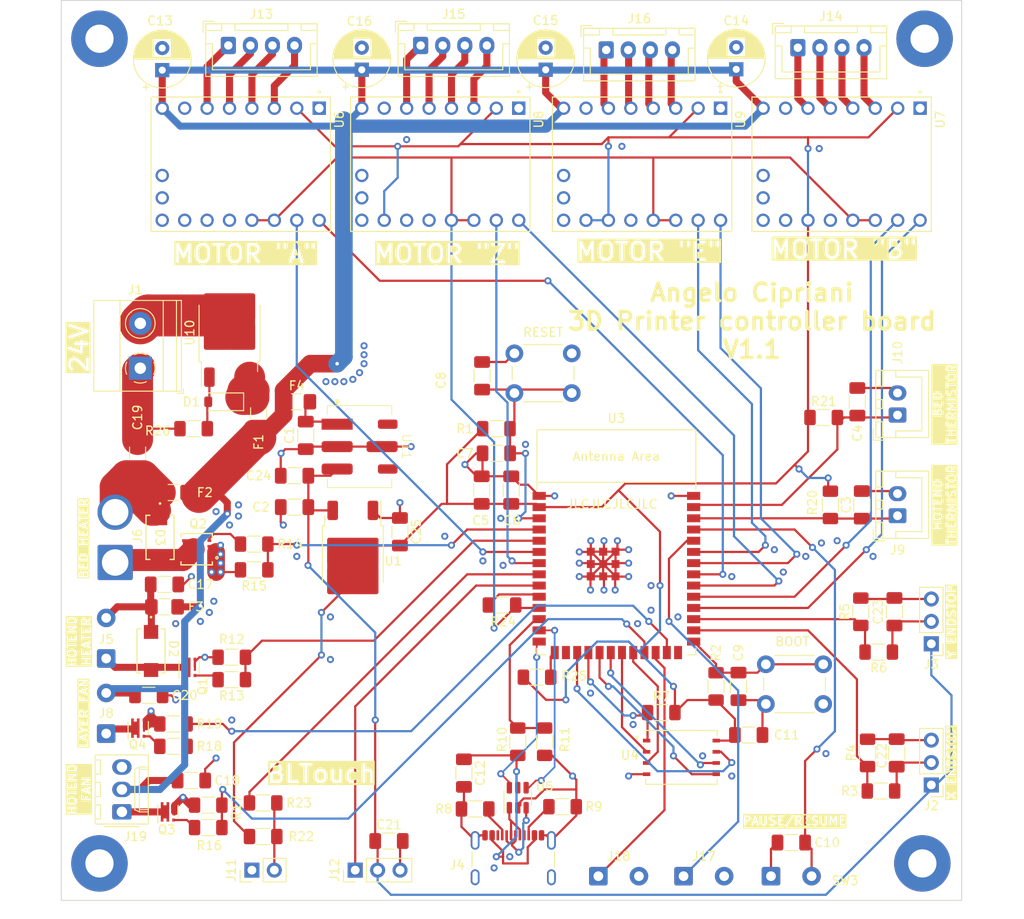
<source format=kicad_pcb>
(kicad_pcb (version 20221018) (generator pcbnew)
  (title_block (title "ESP32-S3 3D printer controller") (date "2023-12-10") (rev "1.1") (company "Angelo Cipriani"))
  (layers (0 "F.Cu" power) (1 "In1.Cu" signal) (2 "In2.Cu" signal) (31 "B.Cu" signal) (35 "F.Paste" user) (36 "B.SilkS" user "B.Silkscreen") (37 "F.SilkS" user "F.Silkscreen") (38 "B.Mask" user) (39 "F.Mask" user) (44 "Edge.Cuts" user))
  (net 0 "")
  (net 1 "GNDREF")
  (net 2 "Net-(U11-Vin)")
  (net 3 "+5V")
  (net 4 "/HOTEND_THERMISTOR")
  (net 5 "/HEATED_BED_THERMISTOR")
  (net 6 "+3.3V")
  (net 7 "/EN")
  (net 8 "/BOOT")
  (net 9 "/PAUSE_RESUME_BUTTON")
  (net 10 "/USB_POWER")
  (net 11 "+24V")
  (net 12 "Net-(D2-K)")
  (net 13 "Net-(D3-K)")
  (net 14 "Net-(J2-Pin_2)")
  (net 15 "Net-(J3-Pin_2)")
  (net 16 "Net-(D1-K)")
  (net 17 "Net-(D1-A)")
  (net 18 "Net-(D2-A)")
  (net 19 "Net-(D3-A)")
  (net 20 "Net-(J4-CC1)")
  (net 21 "Net-(J4-D+-PadA6)")
  (net 22 "Net-(J4-D--PadA7)")
  (net 24 "Net-(J4-CC2)")
  (net 26 "Net-(J8-Pin_1)")
  (net 27 "Net-(J11-Pin_2)")
  (net 28 "/BL_TOUCH_SIGNAL")
  (net 29 "Net-(J13-Pin_1)")
  (net 30 "Net-(J13-Pin_2)")
  (net 31 "Net-(J13-Pin_3)")
  (net 32 "Net-(J13-Pin_4)")
  (net 33 "Net-(J14-Pin_1)")
  (net 34 "Net-(J14-Pin_2)")
  (net 35 "Net-(J14-Pin_3)")
  (net 36 "Net-(J14-Pin_4)")
  (net 37 "Net-(J15-Pin_1)")
  (net 38 "Net-(J15-Pin_2)")
  (net 39 "Net-(J15-Pin_3)")
  (net 40 "Net-(J15-Pin_4)")
  (net 41 "Net-(J16-Pin_1)")
  (net 42 "Net-(J16-Pin_2)")
  (net 43 "Net-(J16-Pin_3)")
  (net 44 "Net-(J16-Pin_4)")
  (net 45 "/UNUSED_PIN_1")
  (net 46 "/UNUSED_PIN_2")
  (net 47 "Net-(Q2-G)")
  (net 48 "/X_AXIS_ENDSTOP")
  (net 49 "/Y_AXIS_ENDSTOP")
  (net 50 "/CS_FLASH")
  (net 51 "/USB_SENSE")
  (net 52 "/HOTEND_CONTROL")
  (net 53 "Net-(Q1-G)")
  (net 54 "/HEATED_BED_CONTROL")
  (net 55 "/HOTEND_FAN_CONTROL")
  (net 56 "Net-(Q3-G)")
  (net 57 "/LAYER_FAN_CONTROL")
  (net 58 "Net-(Q4-G)")
  (net 59 "/BL_TOUCH_ZMIN")
  (net 60 "Net-(U3-GPIO17{slash}U1TXD{slash}ADC2_CH6)")
  (net 61 "/MOTOR_DRIVERS_UART")
  (net 62 "Net-(U3-GPIO3{slash}TOUCH3{slash}ADC1_CH2)")
  (net 63 "/USB_D-")
  (net 64 "/USB_D+")
  (net 66 "/HOLD_IO3")
  (net 67 "/SI_IO0")
  (net 68 "/SCK")
  (net 69 "/SO_IO1")
  (net 70 "/WP_IO2")
  (net 72 "/MOTOR_A_DIR")
  (net 73 "/MOTOR_A_STEP")
  (net 74 "/MOTOR_B_DIR")
  (net 75 "/MOTOR_B_STEP")
  (net 76 "/MOTOR_Z_DIR")
  (net 77 "/MOTOR_Z_STEP")
  (net 78 "/MOTOR_E_DIR")
  (net 79 "/MOTOR_E_STEP")
  (net 92 "Net-(J1-Pin_2)")
  (net 95 "Net-(J19-Pin_1)")
  (footprint "Package_TO_SOT_SMD:SOT-23-6" (layer "F.Cu") (at 148.73 138.606 90)
    (fp_text reference "U5")
    (fp_text value "USBLC6-2SC6")
  )
  (footprint "Button_Switch_THT:SW_PUSH_6mm" (layer "F.Cu") (at 183.336 127.98 180)
    (fp_text reference "BOOT")
    (fp_text value "Boot_Button")
  )
  (footprint "Capacitor_SMD:C_1206_3216Metric_Pad1.33x1.80mm_HandSolder" (layer "F.Cu") (at 123.444 105.664)
    (fp_text reference "C2")
    (fp_text value "10µF 50V")
  )
  (footprint "Project:Vishay_PowerPAK_SC70-6L_Single" (layer "F.Cu") (at 105.735 130.719 90)
    (fp_text reference "Q4")
    (fp_text value "SIA440DJ-T1-GE3")
  )
  (footprint "Connector_JST:JST_XH_B4B-XH-A_1x04_P2.50mm_Vertical" (layer "F.Cu") (at 115.944 53.34)
    (fp_text reference "J13")
    (fp_text value "Motor_A_Connector")
  )
  (footprint "Connector_PinHeader_2.54mm:PinHeader_1x03_P2.54mm_Vertical" (layer "F.Cu") (at 130.317 146.812 90)
    (fp_text reference "J12")
    (fp_text value "Bl_Touch_Signal_Vcc_Gnd_Connector")
  )
  (footprint "Resistor_SMD:R_1206_3216Metric_Pad1.30x1.75mm_HandSolder" (layer "F.Cu") (at 118.872 109.855 180)
    (fp_text reference "R14")
    (fp_text value "300Ω")
  )
  (footprint "Connector_JST:JST_XH_B4B-XH-A_1x04_P2.50mm_Vertical" (layer "F.Cu") (at 137.732 53.34)
    (fp_text reference "J15")
    (fp_text value "Motor_Z_Connector")
  )
  (footprint "Resistor_SMD:R_1206_3216Metric_Pad1.30x1.75mm_HandSolder" (layer "F.Cu") (at 119.888 139.192)
    (fp_text reference "R23")
    (fp_text value "10KΩ")
  )
  (footprint "Capacitor_THT:CP_Radial_D6.3mm_P2.50mm" (layer "F.Cu") (at 151.892 56.094 90)
    (fp_text reference "C15")
    (fp_text value "100µF 35V")
  )
  (footprint "Connector_Wire:SolderWire-0.5sqmm_1x02_P4.6mm_D0.9mm_OD2.1mm" (layer "F.Cu") (at 157.86 147.496)
    (fp_text reference "J18")
    (fp_text value "Extra_Pin_2_Connector")
  )
  (footprint "Resistor_SMD:R_1206_3216Metric_Pad1.30x1.75mm_HandSolder" (layer "F.Cu") (at 146.304 96.774 180)
    (fp_text reference "R1")
    (fp_text value "10KΩ")
  )
  (footprint "Capacitor_SMD:C_1206_3216Metric_Pad1.33x1.80mm_HandSolder" (layer "F.Cu") (at 144.642 103.732 90)
    (fp_text reference "C5")
    (fp_text value "22µF 25V")
  )
  (footprint "Resistor_SMD:R_1206_3216Metric_Pad1.30x1.75mm_HandSolder" (layer "F.Cu") (at 109.728 132.782 180)
    (fp_text reference "R18")
    (fp_text value "300Ω")
  )
  (footprint "Connector_PinHeader_2.54mm:PinHeader_1x03_P2.54mm_Vertical" (layer "F.Cu") (at 195.58 121.158 180)
    (fp_text reference "J3")
    (fp_text value "Y_Axis_Endstop_Connector")
  )
  (footprint "TerminalBlock_Phoenix:TerminalBlock_Phoenix_MKDS-1,5-2-5.08_1x02_P5.08mm_Horizontal" (layer "F.Cu") (at 105.969 89.921 90)
    (fp_text reference "J1")
    (fp_text value "Power_Supply_Connector")
  )
  (footprint "Project:MODULE_TMC2209_SILENTSTEPSTICK" (layer "F.Cu") (at 162.814 66.802 -90)
    (fp_text reference "U9")
    (fp_text value "TMC2209_SILENTSTEPSTICK")
  )
  (footprint "Capacitor_SMD:C_1206_3216Metric_Pad1.33x1.80mm_HandSolder" (layer "F.Cu") (at 111.76 136.652 180)
    (fp_text reference "C18")
    (fp_text value "10µF 50V")
  )
  (footprint "Capacitor_THT:CP_Radial_D6.3mm_P2.50mm" (layer "F.Cu") (at 108.458 56.134 90)
    (fp_text reference "C13")
    (fp_text value "100µF 35V")
  )
  (footprint "Project:PowerPAK® 1212-8SH" (layer "F.Cu") (at 112.357 110.434 180)
    (fp_text reference "Q2")
    (fp_text value "SISS76LDN-T1-GE3")
  )
  (footprint "Connector_JST:JST_XH_B2B-XH-A_1x02_P2.50mm_Vertical" (layer "F.Cu") (at 191.753 106.64 90)
    (fp_text reference "J9")
    (fp_text value "Hotend_Thermistor_Connector")
  )
  (footprint "Resistor_SMD:R_1206_3216Metric_Pad1.30x1.75mm_HandSolder" (layer "F.Cu") (at 118.872 112.776 180)
    (fp_text reference "R15")
    (fp_text value "10KΩ")
  )
  (footprint "Project:U-PDFN (MLP8)" (layer "F.Cu") (at 167.272 134.034)
    (fp_text reference "U4")
    (fp_text value "MT29F2G01ABAGDWB-IT")
  )
  (footprint "Capacitor_SMD:C_1206_3216Metric_Pad1.33x1.80mm_HandSolder" (layer "F.Cu") (at 144.69 90.778 90)
    (fp_text reference "C8")
    (fp_text value "0.1µF 50V")
  )
  (footprint "Project:MODULE_TMC2209_SILENTSTEPSTICK" (layer "F.Cu") (at 139.954 66.802 -90)
    (fp_text reference "U8")
    (fp_text value "TMC2209_SILENTSTEPSTICK")
  )
  (footprint "Resistor_SMD:R_1206_3216Metric_Pad1.30x1.75mm_HandSolder" (layer "F.Cu") (at 150.916 124.944 180)
    (fp_text reference "R25")
    (fp_text value "10KΩ")
  )
  (footprint "Capacitor_SMD:C_1206_3216Metric_Pad1.33x1.80mm_HandSolder" (layer "F.Cu") (at 142.634 135.812 -90)
    (fp_text reference "C12")
    (fp_text value "0.1µF 10V")
  )
  (footprint "Project:Vishay_PowerPAK_SC70-6L_Single" (layer "F.Cu") (at 109.093 140.208 90)
    (fp_text reference "Q3")
    (fp_text value "SIA440DJ-T1-GE3")
  )
  (footprint "Project:TO-252-3_TabPin2" (layer "F.Cu") (at 130.048 111.076 -90)
    (fp_text reference "U1")
    (fp_text value "AZ1084CD-3.3TRG1")
  )
  (footprint "Button_Switch_THT:SW_PUSH_6mm" (layer "F.Cu") (at 148.35 88.238)
    (fp_text reference "RESET")
    (fp_text value "EN_Button")
  )
  (footprint "Resistor_SMD:R_1206_3216Metric_Pad1.30x1.75mm_HandSolder" (layer "F.Cu") (at 113.665 141.986 180)
    (fp_text reference "R16")
    (fp_text value "300Ω")
  )
  (footprint "Connector_PinHeader_2.54mm:PinHeader_1x02_P2.54mm_Vertical" (layer "F.Cu") (at 118.613 146.812 90)
    (fp_text reference "J11")
    (fp_text value "Bl_Touch_Gnd_ZMin_Connector")
  )
  (footprint "Resistor_SMD:R_1206_3216Metric_Pad1.30x1.75mm_HandSolder" (layer "F.Cu") (at 171.196 125.984 -90)
    (fp_text reference "R2")
    (fp_text value "10KΩ")
  )
  (footprint "Resistor_SMD:R_1206_3216Metric_Pad1.30x1.75mm_HandSolder" (layer "F.Cu") (at 112.014 96.774 180)
    (fp_text reference "R26")
    (fp_text value "100KΩ")
  )
  (footprint "Resistor_SMD:R_1206_3216Metric_Pad1.30x1.75mm_HandSolder" (layer "F.Cu") (at 151.778 132.256 90)
    (fp_text reference "R11")
    (fp_text value "4.7KΩ")
  )
  (footprint "Capacitor_SMD:C_1206_3216Metric_Pad1.33x1.80mm_HandSolder" (layer "F.Cu") (at 191.656 133.526 90)
    (fp_text reference "C22")
    (fp_text value "10nF 20V")
  )
  (footprint "Resistor_SMD:R_1206_3216Metric_Pad1.30x1.75mm_HandSolder" (layer "F.Cu") (at 164.986 128.954)
    (fp_text reference "R7")
    (fp_text value "10KΩ")
  )
  (footprint "Connector_USB:USB_C_Receptacle_GCT_USB4105-xx-A_16P_TopMnt_Horizontal" (layer "F.Cu") (at 148.222 146.545)
    (fp_text reference "J4")
    (fp_text value "USB_C_Receptacle_USB2.0")
  )
  (footprint "Capacitor_SMD:C_1206_3216Metric_Pad1.33x1.80mm_HandSolder" (layer "F.Cu") (at 123.444 102.108)
    (fp_text reference "C24")
    (fp_text value "22µF 10V")
  )
  (footprint "Capacitor_SMD:C_1206_3216Metric_Pad1.33x1.80mm_HandSolder" (layer "F.Cu") (at 135.382 108.458 -90)
    (fp_text reference "C25")
    (fp_text value "22µF 10V")
  )
  (footprint "Resistor_SMD:R_1206_3216Metric_Pad1.30x1.75mm_HandSolder" (layer "F.Cu") (at 113.665 139.446 180)
    (fp_text reference "R17")
    (fp_text value "10KΩ")
  )
  (footprint "MountingHole:MountingHole_3.2mm_M3_Pad" (layer "F.Cu") (at 194.818 52.578)
    (fp_text reference "REF**" hide)
    (fp_text value "MountingHole_3.2mm_M3_Pad")
  )
  (footprint "Fuse:Fuse_1206_3216Metric_Pad1.42x1.75mm_HandSolder" (layer "F.Cu") (at 123.698 93.726)
    (fp_text reference "F4")
    (fp_text value "250mA")
  )
  (footprint "Project:TO-252-3_TabPin2" (layer "F.Cu") (at 116.078 85.892 90)
    (fp_text reference "U10")
    (fp_text value "MCU45P04-TP")
  )
  (footprint "Project:MODULE_TMC2209_SILENTSTEPSTICK" (layer "F.Cu") (at 185.42 66.802 -90)
    (fp_text reference "U7")
    (fp_text value "TMC2209_SILENTSTEPSTICK")
  )
  (footprint "Connector_Wire:SolderWire-0.5sqmm_1x02_P4.6mm_D0.9mm_OD2.1mm" (layer "F.Cu") (at 177.418 147.496)
    (fp_text reference "SW3")
    (fp_text value "Pause/Resume_Button")
  )
  (footprint "Capacitor_SMD:C_1206_3216Metric_Pad1.33x1.80mm_HandSolder" (layer "F.Cu") (at 173.736 125.984 -90)
    (fp_text reference "C9")
    (fp_text value "0.1µF 50V")
  )
  (footprint "Capacitor_SMD:C_1206_3216Metric_Pad1.33x1.80mm_HandSolder" (layer "F.Cu") (at 187.198 93.726 -90)
    (fp_text reference "C4")
    (fp_text value "3.3µF 10V")
  )
  (footprint "Connector_Molex:Molex_KK-254_AE-6410-03A_1x03_P2.54mm_Vertical" (layer "F.Cu") (at 103.886 140.208 90)
    (fp_text reference "J19")
    (fp_text value "Hotend_Fan_Connector")
  )
  (footprint "MountingHole:MountingHole_3.2mm_M3_Pad" (layer "F.Cu") (at 194.564 146.05)
    (fp_text reference "REF**" hide)
    (fp_text value "MountingHole_3.2mm_M3_Pad")
  )
  (footprint "Project:Vishay_PowerPAK_SC70-6L_Single" (layer "F.Cu") (at 111.506 123.825 90)
    (fp_text reference "Q1")
    (fp_text value "SIA440DJ-T1-GE3")
  )
  (footprint "Capacitor_SMD:C_1206_3216Metric_Pad1.33x1.80mm_HandSolder" (layer "F.Cu") (at 174.892 131.494)
    (fp_text reference "C11")
    (fp_text value "0.1µF 50V")
  )
  (footprint "Resistor_SMD:R_1206_3216Metric_Pad1.30x1.75mm_HandSolder" (layer "F.Cu") (at 116.332 122.682 180)
    (fp_text reference "R12")
    (fp_text value "10KΩ")
  )
  (footprint "Capacitor_SMD:C_1206_3216Metric_Pad1.33x1.80mm_HandSolder" (layer "F.Cu") (at 124.714 97.536 90)
    (fp_text reference "C1")
    (fp_text value "10µF 50V")
  )
  (footprint "Connector_JST:JST_XH_B2B-XH-A_1x02_P2.50mm_Vertical" (layer "F.Cu") (at 191.753 95.23 90)
    (fp_text reference "J10")
    (fp_text value "Heated_Bed_Thermistor_Connector")
  )
  (footprint "Capacitor_SMD:C_1206_3216Metric_Pad1.33x1.80mm_HandSolder" (layer "F.Cu") (at 191.402 117.524 90)
    (fp_text reference "C23")
    (fp_text value "10nF 20V")
  )
  (footprint "Resistor_SMD:R_1206_3216Metric_Pad1.30x1.75mm_HandSolder" (layer "F.Cu") (at 146.952 116.762)
    (fp_text reference "R24")
    (fp_text value "1KΩ")
  )
  (footprint "Capacitor_SMD:C_1206_3216Metric_Pad1.33x1.80mm_HandSolder" (layer "F.Cu") (at 105.664 99.568 90)
    (fp_text reference "C19")
    (fp_text value "10µF 50V")
  )
  (footprint "Fuse:Fuse_1206_3216Metric_Pad1.42x1.75mm_HandSolder" (layer "F.Cu") (at 108.712 116.967)
    (fp_text reference "F3")
    (fp_text value "2.5A")
  )
  (footprint "Capacitor_SMD:C_1206_3216Metric_Pad1.33x1.80mm_HandSolder" (layer "F.Cu") (at 187.706 105.41 -90)
    (fp_text reference "C3")
    (fp_text value "3.3µF 10V")
  )
  (footprint "Resistor_SMD:R_1206_3216Metric_Pad1.30x1.75mm_HandSolder" (layer "F.Cu") (at 148.73 132.256 -90)
    (fp_text reference "R10")
    (fp_text value "2.7KΩ")
  )
  (footprint "Resistor_SMD:R_1206_3216Metric_Pad1.30x1.75mm_HandSolder" (layer "F.Cu") (at 109.728 130.242 180)
    (fp_text reference "R19")
    (fp_text value "10KΩ")
  )
  (footprint "MountingHole:MountingHole_3.2mm_M3_Pad" (layer "F.Cu") (at 101.346 52.578)
    (fp_text reference "REF**" hide)
    (fp_text value "MountingHole_3.2mm_M3_Pad")
  )
  (footprint "Resistor_SMD:R_1206_3216Metric_Pad1.30x1.75mm_HandSolder" (layer "F.Cu") (at 187.592 117.524 90)
    (fp_text reference "R5")
    (fp_text value "2KΩ")
  )
  (footprint "Resistor_SMD:R_1206_3216Metric_Pad1.30x1.75mm_HandSolder" (layer "F.Cu") (at 183.388 95.504)
    (fp_text reference "R21")
    (fp_text value "4.7KΩ")
  )
  (footprint "Project:MODULE_6-SMD" (layer "F.Cu") (at 130.81 98.806 -90)
    (fp_text reference "U11")
    (fp_text value "K7805MT-1000R4")
  )
  (footprint "Capacitor_SMD:C_1206_3216Metric_Pad1.33x1.80mm_HandSolder" (layer "F.Cu") (at 179.718 143.686 180)
    (fp_text reference "C10")
    (fp_text value "0.1µF 50V")
  )
  (footprint "Resistor_SMD:R_1206_3216Metric_Pad1.30x1.75mm_HandSolder" (layer "F.Cu") (at 119.888 143.002)
    (fp_text reference "R22")
    (fp_text value "10KΩ")
  )
  (footprint "Capacitor_SMD:C_1206_3216Metric_Pad1.33x1.80mm_HandSolder" (layer "F.Cu") (at 108.712 114.427)
    (fp_text reference "C17")
    (fp_text value "10µF 50V")
  )
  (footprint "Capacitor_SMD:C_1206_3216Metric_Pad1.33x1.80mm_HandSolder" (layer "F.Cu") (at 134.14 143.51)
    (fp_text reference "C21")
    (fp_text value "10µF 50V")
  )
  (footprint "Project:SMADO-214AC_LEAD-FRAME_MCC-L" (layer "F.Cu") (at 107.188 121.9708 -90)
    (fp_text reference "D2")
    (fp_text value "SK510A-LTP")
  )
  (footprint "Resistor_SMD:R_1206_3216Metric_Pad1.30x1.75mm_HandSolder" (layer "F.Cu") (at 189.878 137.844)
    (fp_text reference "R3")
    (fp_text value "1KΩ")
  )
  (footprint "Capacitor_SMD:C_1206_3216Metric_Pad1.33x1.80mm_HandSolder" (layer "F.Cu") (at 106.934 127)
    (fp_text reference "C20")
    (fp_text value "10µF 50V")
  )
  (footprint "Connector_JST:JST_XH_B4B-XH-A_1x04_P2.50mm_Vertical" (layer "F.Cu") (at 180.46 53.594)
    (fp_text reference "J14")
    (fp_text value "Motor_B_Connector")
  )
  (footprint "Resistor_SMD:R_1206_3216Metric_Pad1.30x1.75mm_HandSolder" (layer "F.Cu") (at 153.81 139.622)
    (fp_text reference "R9")
    (fp_text value "5.1KΩ")
  )
  (footprint "Resistor_SMD:R_1206_3216Metric_Pad1.30x1.75mm_HandSolder" (layer "F.Cu") (at 188.354 133.526 90)
    (fp_text reference "R4")
    (fp_text value "2KΩ")
  )
  (footprint "MountingHole:MountingHole_3.2mm_M3_Pad" (layer "F.Cu") (at 101.346 146.05)
    (fp_text reference "REF**" hide)
    (fp_text value "MountingHole_3.2mm_M3_Pad")
  )
  (footprint "Connector_PinHeader_2.54mm:PinHeader_1x03_P2.54mm_Vertical" (layer "F.Cu") (at 195.58 137.16 180)
    (fp_text reference "J2")
    (fp_text value "X_Axis_Endstop_Connector")
  )
  (footprint "Fuse:Fuse_1206_3216Metric_Pad1.42x1.75mm_HandSolder" (layer "F.Cu") (at 119.38 94.996 -90)
    (fp_text reference "F1")
    (fp_text value "25A")
  )
  (footprint "Diode_SMD:D_SOD-123" (layer "F.Cu") (at 115.316 93.726 180)
    (fp_text reference "D1")
    (fp_text value "10V")
  )
  (footprint "Capacitor_THT:CP_Radial_D6.3mm_P2.50mm" (layer "F.Cu") (at 173.482 56.04638 90)
    (fp_text reference "C14")
    (fp_text value "100µF 35V")
  )
  (footprint "Capacitor_THT:CP_Radial_D6.3mm_P2.50mm" (layer "F.Cu") (at 131.064 56.094 90)
    (fp_text reference "C16")
    (fp_text value "100µF 35V")
  )
  (footprint "Connector_Wire:SolderWire-0.5sqmm_1x02_P4.6mm_D0.9mm_OD2.1mm" (layer "F.Cu") (at 102.108 122.823 90)
    (fp_text reference "J5")
    (fp_text value "Hotend_Connector")
  )
  (footprint "Connector_Wire:SolderWire-0.5sqmm_1x02_P4.6mm_D0.9mm_OD2.1mm" (layer "F.Cu") (at 102.108 131.332 90)
    (fp_text reference "J8")
    (fp_text value "Layer_Fan_Connector")
  )
  (footprint "Project:SMADO-214AC_LEAD-FRAME_MCC-L" (layer "F.Cu") (at 108.204 109.093 -90)
    (fp_text reference "D3")
    (fp_text value "SK510A-LTP")
  )
  (footprint "PCM_Espressif:ESP32-S3-WROOM-1" (layer "F.Cu") (at 159.906 112.654)
    (fp_text reference "U3")
    (fp_text value "ESP32-S3-WROOM-1")
  )
  (footprint "Capacitor_SMD:C_1206_3216Metric_Pad1.33x1.80mm_HandSolder" (layer "F.Cu") (at 146.304 99.568 180)
    (fp_text reference "C7")
    (fp_text value "1µF 16V")
  )
  (footprint "Project:MODULE_TMC2209_SILENTSTEPSTICK" (layer "F.Cu") (at 117.348 66.802 -90)
    (fp_text reference "U6")
    (fp_text value "TMC2209_SILENTSTEPSTICK")
  )
  (footprint "Resistor_SMD:R_1206_3216Metric_Pad1.30x1.75mm_HandSolder" (layer "F.Cu") (at 189.624 122.096)
    (fp_text reference "R6")
    (fp_text value "1KΩ")
  )
  (footprint "Fuse:Fuse_1206_3216Metric_Pad1.42x1.75mm_HandSolder" (layer "F.Cu") (at 109.728 104.013)
    (fp_text reference "F2")
    (fp_text value "12A")
  )
  (footprint "Resistor_SMD:R_1206_3216Metric_Pad1.30x1.75mm_HandSolder" (layer "F.Cu") (at 143.904 139.876 180)
    (fp_text reference "R8")
    (fp_text value "5.1KΩ")
  )
  (footprint "Resistor_SMD:R_1206_3216Metric_Pad1.30x1.75mm_HandSolder" (layer "F.Cu") (at 184.15 105.41 -90)
    (fp_text reference "R20")
    (fp_text value "4.7KΩ")
  )
  (footprint "Capacitor_SMD:C_1206_3216Metric_Pad1.33x1.80mm_HandSolder" (layer "F.Cu") (at 147.992 103.732 90)
    (fp_text reference "C6")
    (fp_text value "0.1µF 50V")
  )
  (footprint "Connector_JST:JST_XH_B4B-XH-A_1x04_P2.50mm_Vertical" (layer "F.Cu") (at 158.75 53.848)
    (fp_text reference "J16")
    (fp_text value "Motor_E_Connector")
  )
  (footprint "Connector_Wire:SolderWire-0.5sqmm_1x02_P4.6mm_D0.9mm_OD2.1mm" (layer "F.Cu") (at 167.512 147.496)
    (fp_text reference "J17")
    (fp_text value "Extra_Pin_1_Connector")
  )
  (footprint "Resistor_SMD:R_1206_3216Metric_Pad1.30x1.75mm_HandSolder" (layer "F.Cu") (at 116.332 125.222 180)
    (fp_text reference "R13")
    (fp_text value "300Ω")
  )
  (footprint "Project:SolderWire-2.5sqmm_1x02_P7.2mm_D2.4mm_OD3.6mm" (layer "F.Cu") (at 103.124 111.943 90)
    (fp_text reference "J6")
    (fp_text value "Heated_Bed_Connector")
  )
  (gr_rect locked (start 97.022 48.236) (end 199.022 150.236) (stroke (width 0.1)) (fill none) (layer "Edge.Cuts"))
  (gr_text "Angelo Cipriani\n3D Printer controller board\nV1.1" (at 175.26 84.582) (layer "F.SilkS") (effects (font (size 2 2) (thickness 0.4) bold)))
  (gr_text "BED\nTHERMISTOR" (at 197.104 93.98 90) (layer "F.SilkS" knockout) (effects (font (size 1 1) (thickness 0.12))))
  (gr_text "MOTOR {dblquote}A{dblquote}" (at 117.856 76.962) (layer "F.SilkS" knockout) (effects (font (size 2 2) (thickness 0.3))))
  (gr_text "MOTOR {dblquote}Z{dblquote}" (at 140.716 76.962) (layer "F.SilkS" knockout) (effects (font (size 2 2) (thickness 0.3))))
  (gr_text "24V" (at 99.06 87.63 90) (layer "F.SilkS" knockout) (effects (font (size 2 2) (thickness 0.3))))
  (gr_text "MOTOR {dblquote}B{dblquote}" (at 185.674 76.454) (layer "F.SilkS" knockout) (effects (font (size 2 2) (thickness 0.3))))
  (gr_text "BED HEATER" (at 99.568 109.22 90) (layer "F.SilkS" knockout) (effects (font (size 1 1))))
  (gr_text "HOTEND\nFAN" (at 99.06 137.668 90) (layer "F.SilkS" knockout) (effects (font (size 1 1))))
  (gr_text "X ENDSTOP" (at 197.866 134.62 90) (layer "F.SilkS" knockout) (effects (font (size 1 1))))
  (gr_text "HOTEND\nHEATER" (at 99.06 120.904 90) (layer "F.SilkS" knockout) (effects (font (size 1 1))))
  (gr_text "BLTouch" (at 126.492 135.89) (layer "F.SilkS" knockout) (effects (font (size 2 2) (thickness 0.3))))
  (gr_text "Y ENDSTOP" (at 197.866 118.618 90) (layer "F.SilkS" knockout) (effects (font (size 1 1))))
  (gr_text "HOTEND\nTHERMISTOR" (at 197.104 105.41 90) (layer "F.SilkS" knockout) (effects (font (size 1 1) (thickness 0.12))))
  (gr_text "LAYER FAN" (at 99.568 129.032 90) (layer "F.SilkS" knockout) (effects (font (size 1 1))))
  (gr_text "PAUSE/RESUME" (at 180.086 141.224) (layer "F.SilkS" knockout) (effects (font (size 1 1))))
  (gr_text "JLCJLCJLCJLC" (at 154.178 105.918) (layer "F.SilkS") (effects (font (size 1 1)) (justify left bottom)))
  (gr_text "MOTOR {dblquote}E{dblquote}" (at 163.576 76.708) (layer "F.SilkS" knockout) (effects (font (size 2 2) (thickness 0.3))))
  (segment (start 155.36 136.564) (end 154.94 136.144) (width 0.25) (layer "F.Cu") (net 1))
  (segment (start 151.422 142.865) (end 151.967 142.865) (width 0.25) (layer "F.Cu") (net 1))
  (segment (start 121.8815 102.108) (end 121.8815 99.6065) (width 0.25) (layer "F.Cu") (net 1))
  (segment (start 112.156 122.9) (end 112.156 123.19) (width 0.25) (layer "F.Cu") (net 1))
  (segment (start 144.69 89.2155) (end 147.3725 89.2155) (width 0.25) (layer "F.Cu") (net 1))
  (segment (start 151.752913 137.668) (end 155.36 137.668) (width 0.25) (layer "F.Cu") (net 1))
  (segment (start 158.406 110.714) (end 157.006 110.714) (width 0.25) (layer "F.Cu") (net 1))
  (segment (start 177.418 144.4235) (end 178.1555 143.686) (width 0.25) (layer "F.Cu") (net 1))
  (segment (start 155.36 139.622) (end 155.36 140.622) (width 0.25) (layer "F.Cu") (net 1))
  (segment (start 109.474 127) (end 109.982 127.508) (width 0.25) (layer "F.Cu") (net 1))
  (segment (start 106.385 130.679) (end 106.385 129.794) (width 0.25) (layer "F.Cu") (net 1))
  (segment (start 158.496 113.604) (end 158.406 113.514) (width 0.25) (layer "F.Cu") (net 1))
  (segment (start 121.8815 102.108) (end 121.8815 101.931) (width 0.25) (layer "F.Cu") (net 1))
  (segment (start 155.702 112.014) (end 156.906 112.014) (width 0.25) (layer "F.Cu") (net 1))
  (segment (start 149.03 139.059248) (end 149.405248 138.684) (width 0.25) (layer "F.Cu") (net 1))
  (segment (start 152.908 104.394) (end 151.156 104.394) (width 0.25) (layer "F.Cu") (net 1))
  (segment (start 151.778 133.806) (end 152.602 133.806) (width 0.25) (layer "F.Cu") (net 1))
  (segment (start 191.7725 132.08) (end 191.656 131.9635) (width 0.25) (layer "F.Cu") (net 1))
  (segment (start 109.855 140.208) (end 109.855 139.51697) (width 0.8) (layer "F.Cu") (net 1))
  (segment (start 161.29 112.014) (end 159.906 112.014) (width 0.25) (layer "F.Cu") (net 1))
  (segment (start 158.496 110.624) (end 158.406 110.714) (width 0.25) (layer "F.Cu") (net 1))
  (segment (start 135.382 106.8955) (end 135.382 105.156) (width 0.25) (layer "F.Cu") (net 1))
  (segment (start 135.397 146.812) (end 135.397 143.8155) (width 0.25) (layer "F.Cu") (net 1))
  (segment (start 159.766 115.062) (end 159.766 113.554) (width 0.25) (layer "F.Cu") (net 1))
  (segment (start 112.156 123.785) (end 112.156 123.19) (width 0.25) (layer "F.Cu") (net 1))
  (segment (start 151.967 142.865) (end 152.542 143.44) (width 0.25) (layer "F.Cu") (net 1))
  (segment (start 121.8815 107.4035) (end 122.174 107.696) (width 0.25) (layer "F.Cu") (net 1))
  (segment (start 156.972 113.548) (end 157.006 113.514) (width 0.25) (layer "F.Cu") (net 1))
  (segment (start 142.354 141.892) (end 143.902 143.44) (width 0.25) (layer "F.Cu") (net 1))
  (segment (start 158.406 112.114) (end 159.806 113.514) (width 0.25) (layer "F.Cu") (net 1))
  (segment (start 187.696 116.078) (end 187.592 115.974) (width 0.25) (layer "F.Cu") (net 1))
  (segment (start 176.4545 131.494) (end 176.4545 128.3615) (width 0.25) (layer "F.Cu") (net 1))
  (segment (start 151.156 104.394) (end 149.886 103.124) (width 0.25) (layer "F.Cu") (net 1))
  (segment (start 113.3225 135.3435) (end 114.554 134.112) (width 0.25) (layer "F.Cu") (net 1))
  (segment (start 132.328 106.036) (end 133.1875 106.8955) (width 0.25) (layer "F.Cu") (net 1))
  (segment (start 157.006 109.474) (end 157.006 110.714) (width 0.25) (layer "F.Cu") (net 1))
  (segment (start 149.886 103.124) (end 148.9465 103.124) (width 0.25) (layer "F.Cu") (net 1))
  (segment (start 145.022 142.865) (end 144.477 142.865) (width 0.25) (layer "F.Cu") (net 1))
  (segment (start 144.7415 99.568) (end 144.018 99.568) (width 0.25) (layer "F.Cu") (net 1))
  (segment (start 157.006 113.514) (end 158.406 113.514) (width 0.25) (layer "F.Cu") (net 1))
  (segment (start 160.02 109.474) (end 160.02 110.5) (width 0.25) (layer "F.Cu") (net 1))
  (segment (start 114.554 110.744) (end 114.554 113.03) (width 2) (layer "F.Cu") (net 1))
  (segment (start 191.1865 92.1635) (end 191.753 92.73) (width 0.25) (layer "F.Cu") (net 1))
  (segment (start 161.29 113.538) (end 159.83 113.538) (width 0.25) (layer "F.Cu") (net 1))
  (segment (start 111.856495 139.415495) (end 111.602495 139.415495) (width 0.8) (layer "F.Cu") (net 1))
  (segment (start 158.406 112.114) (end 157.006 110.714) (width 0.25) (layer "F.Cu") (net 1))
  (segment (start 158.406 113.514) (end 159.806 113.514) (width 0.25) (layer "F.Cu") (net 1))
  (segment (start 113.792001 110.109007) (end 113.792001 110.758993) (width 0.25) (layer "F.Cu") (net 1))
  (segment (start 110.871 114.427) (end 111.76 113.538) (width 0.25) (layer "F.Cu") (net 1))
  (segment (start 158.406 112.114) (end 157.006 112.114) (width 0.25) (layer "F.Cu") (net 1))
  (segment (start 147.3725 89.2155) (end 148.35 88.238) (width 0.25) (layer "F.Cu") (net 1))
  (segment (start 195.58 132.08) (end 191.7725 132.08) (width 0.25) (layer "F.Cu") (net 1))
  (segment (start 191.656 131.9635) (end 188.3665 131.9635) (width 0.25) (layer "F.Cu") (net 1))
  (segment (start 155.36 140.622) (end 152.542 143.44) (width 0.25) (layer "F.Cu") (net 1))
  (segment (start 173.736 127.5465) (end 176.4025 127.5465) (width 0.25) (layer "F.Cu") (net 1))
  (segment (start 176.4545 128.3615) (end 176.836 127.98) (width 0.25) (layer "F.Cu") (net 1))
  (segment (start 122.3895 99.0985) (end 121.92 99.568) (width 0.25) (layer "F.Cu") (net 1))
  (segment (start 158.406 112.114) (end 159.806 110.714) (width 0.25) (layer "F.Cu") (net 1))
  (segment (start 144.018 99.568) (end 142.748 100.838) (width 0.25) (layer "F.Cu") (net 1))
  (segment (start 110.464 96.774) (end 106.8955 96.774) (width 0.25) (layer "F.Cu") (net 1))
  (segment (start 177.418 147.496) (end 177.418 144.4235) (width 0.25) (layer "F.Cu") (net 1))
  (segment (start 142.634 139.596) (end 142.354 139.876) (width 0.25) (layer "F.Cu") (net 1))
  (segment (start 115.062 113.03) (end 117.068 113.03) (width 0.25) (layer "F.Cu") (net 1))
  (segment (start 133.1875 106.8955) (end 135.382 106.8955) (width 0.25) (layer "F.Cu") (net 1))
  (segment (start 158.496 115.062) (end 158.496 113.604) (width 0.25) (layer "F.Cu") (net 1))
  (segment (start 107.73 129.794) (end 108.178 130.242) (width 0.25) (layer "F.Cu") (net 1))
  (segment (start 124.714 99.0985) (end 122.3895 99.0985) (width 0.25) (layer "F.Cu") (net 1))
  (segment (start 106.673 130.563) (end 106.994 130.242) (width 0.8) (layer "F.Cu") (net 1))
  (segment (start 128.27 98.806) (end 133.36 98.806) (width 0.25) (layer "F.Cu") (net 1))
  (segment (start 155.702 110.744) (end 156.976 110.744) (width 0.25) (layer "F.Cu") (net 1))
  (segment (start 113.792001 110.998) (end 113.792001 111.408979) (width 0.25) (layer "F.Cu") (net 1))
  (segment (start 155.36 137.668) (end 155.36 136.564) (width 0.25) (layer "F.Cu") (net 1))
  (segment (start 158.406 110.714) (end 159.806 110.714) (width 0.25) (layer "F.Cu") (net 1))
  (segment (start 144.642 102.1695) (end 147.992 102.1695) (width 0.25) (layer "F.Cu") (net 1))
  (segment (start 158.406 112.114) (end 158.406 113.514) (width 0.25) (layer "F.Cu") (net 1))
  (segment (start 114.934993 110.109007) (end 115.062 109.982) (width 0.25) (layer "F.Cu") (net 1))
  (segment (start 149.03 139.4435) (end 149.03 139.059248) (width 0.25) (layer "F.Cu") (net 1))
  (segment (start 158.406 112.114) (end 157.006 113.514) (width 0.25) (layer "F.Cu") (net 1))
  (segment (start 117.068 113.03) (end 117.322 112.776) (width 0.25) (layer "F.Cu") (net 1))
  (segment (start 128.27 98.806) (end 125.0065 98.806) (width 0.25) (layer "F.Cu") (net 1))
  (segment (start 176.4025 127.5465) (end 176.836 127.98) (width 0.25) (layer "F.Cu") (net 1))
  (segment (start 157.006 110.714) (end 157.006 112.114) (width 0.25) (layer "F.Cu") (net 1))
  (segment (start 144.7415 99.568) (end 144.7415 102.07) (width 0.25) (layer "F.Cu") (net 1))
  (segment (start 118.359 146.558) (end 118.613 146.812) (width 0.25) (layer "F.Cu") (net 1))
  (segment (start 125.0065 98.806) (end 124.714 99.0985) (width 0.25) (layer "F.Cu") (net 1))
  (segment (start 158.496 109.474) (end 158.496 110.624) (width 0.25) (layer "F.Cu") (net 1))
  (segment (start 156.982 113.538) (end 157.006 113.514) (width 0.25) (layer "F.Cu") (net 1))
  (segment (start 166.126 104.394) (end 168.656 104.394) (width 0.25) (layer "F.Cu") (net 1))
  (segment (start 159.906 112.014) (end 159.806 112.114) (width 0.25) (layer "F.Cu") (net 1))
  (segment (start 156.972 115.062) (end 156.972 113.548) (width 0.25) (layer "F.Cu") (net 1))
  (segment (start 107.442 130.048) (end 107.442 129.54) (width 0.8) (layer "F.Cu") (net 1))
  (segment (start 158.406 112.114) (end 159.806 112.114) (width 0.25) (layer "F.Cu") (net 1))
  (segment (start 135.397 143.8155) (end 135.7025 143.51) (width 0.25) (layer "F.Cu") (net 1))
  (segment (start 106.666 129.808) (end 107.188 129.286) (width 0.8) (layer "F.Cu") (net 1))
  (segment (start 110.2745 114.427) (end 110.871 114.427) (width 0.25) (layer "F.Cu") (net 1))
  (segment (start 191.9485 103.8475) (end 192.261 104.16) (width 0.25) (layer "F.Cu") (net 1))
  (segment (start 106.8955 96.774) (end 105.664 98.0055) (width 0.25) (layer "F.Cu") (net 1))
  (segment (start 159.806 110.714) (end 159.806 112.114) (width 0.25) (layer "F.Cu") (net 1))
  (segment (start 113.792001 110.49) (end 113.792001 110.758993) (width 0.25) (layer "F.Cu") (net 1))
  (segment (start 152.602 133.806) (end 154.94 136.144) (width 0.25) (layer "F.Cu") (net 1))
  (segment (start 155.36 139.622) (end 155.36 137.668) (width 0.25) (layer "F.Cu") (net 1))
  (segment (start 113.792001 110.109007) (end 114.934993 110.109007) (width 0.25) (layer "F.Cu") (net 1))
  (segment (start 113.284 122.682) (end 114.782 122.682) (width 0.25) (layer "F.Cu") (net 1))
  (segment (start 148.9465 103.124) (end 147.992 102.1695) (width 0.25) (layer "F.Cu") (net 1))
  (segment (start 157.006 112.114) (end 157.006 113.514) (width 0.25) (layer "F.Cu") (net 1))
  (segment (start 159.806 113.514) (end 159.806 112.114) (width 0.25) (layer "F.Cu") (net 1))
  (segment (start 144.477 142.865) (end 143.902 143.44) (width 0.25) (layer "F.Cu") (net 1))
  (segment (start 113.284 122.682) (end 112.664 122.682) (width 0.25) (layer "F.Cu") (net 1))
  (segment (start 142.354 139.876) (end 142.354 141.892) (width 0.25) (layer "F.Cu") (net 1))
  (segment (start 155.702 113.538) (end 156.982 113.538) (width 0.25) (layer "F.Cu") (net 1))
  (segment (start 159.766 113.554) (end 159.806 113.514) (width 0.25) (layer "F.Cu") (net 1))
  (segment (start 187.198 92.1635) (end 191.1865 92.1635) (width 0.25) (layer "F.Cu") (net 1))
  (segment (start 159.83 113.538) (end 159.806 113.514) (width 0.25) (layer "F.Cu") (net 1))
  (segment (start 105.664 98.0055) (end 105.664 90.226) (width 3.5) (layer "F.Cu") (net 1))
  (segment (start 142.634 137.3745) (end 142.634 139.596) (width 0.25) (layer "F.Cu") (net 1))
  (segment (start 158.406 112.114) (end 158.406 110.714) (width 0.25) (layer "F.Cu") (net 1))
  (segment (start 144.0795 102.1695) (end 142.748 100.838) (width 0.25) (layer "F.Cu") (net 1))
  (segment (start 187.706 103.8475) (end 191.9485 103.8475) (width 0.25) (layer "F.Cu") (net 1))
  (segment (start 133.36 98.806) (end 136.652 98.806) (width 0.25) (layer "F.Cu") (net 1))
  (segment (start 144.642 102.1695) (end 144.0795 102.1695) (width 0.25) (layer "F.Cu") (net 1))
  (segment (start 108.4965 127) (end 109.474 127) (width 0.25) (layer "F.Cu") (net 1))
  (segment (start 161.495 135.939) (end 161.29 136.144) (width 0.25) (layer "F.Cu") (net 1))
  (segment (start 156.976 110.744) (end 157.006 110.714) (width 0.25) (layer "F.Cu") (net 1))
  (segment (start 121.8815 99.6065) (end 121.92 99.568) (width 0.25) (layer "F.Cu") (net 1))
  (segment (start 112.664 122.682) (end 112.156 123.19) (width 0.25) (layer "F.Cu") (net 1))
  (segment (start 160.03 110.49) (end 159.806 110.714) (width 0.25) (layer "F.Cu") (net 1))
  (segment (start 106.994 130.242) (end 108.178 130.242) (width 0.8) (layer "F.Cu") (net 1))
  (segment (start 161.29 110.49) (end 160.03 110.49) (width 0.25) (layer "F.Cu") (net 1))
  (segment (start 111.602495 139.415495) (end 110.901505 138.714505) (width 0.8) (layer "F.Cu") (net 1))
  (segment (start 144.7415 102.07) (end 144.642 102.1695) (width 0.25) (layer "F.Cu") (net 1))
  (segment (start 109.855 139.51697) (end 110.80999 138.56198) (width 0.8) (layer "F.Cu") (net 1))
  (segment (start 148.73 139.7435) (end 149.03 139.4435) (width 0.25) (layer "F.Cu") (net 1))
  (segment (start 121.8815 105.664) (end 121.8815 107.4035) (width 0.25) (layer "F.Cu") (net 1))
  (segment (start 163.327 135.939) (end 161.495 135.939) (width 0.25) (layer "F.Cu") (net 1))
  (segment (start 195.58 116.078) (end 187.696 116.078) (width 0.25) (layer "F.Cu") (net 1))
  (segment (start 156.906 112.014) (end 157.006 112.114) (width 0.25) (layer "F.Cu") (net 1))
  (segment (start 149.405248 138.684) (end 150.736913 138.684) (width 0.25) (layer "F.Cu") (net 1))
  (segment (start 188.3665 131.9635) (end 188.354 131.976) (width 0.25) (layer "F.Cu") (net 1))
  (segment (start 113.792001 110.109007) (end 113.792001 110.49) (width 0.25) (layer "F.Cu") (net 1))
  (segment (start 113.792001 110.49) (end 113.792001 110.998) (width 0.25) (layer "F.Cu") (net 1))
  (segment (start 160.02 110.5) (end 159.806 110.714) (width 0.25) (layer "F.Cu") (net 1))
  (segment (start 107.188 129.286) (end 107.188 128.778) (width 0.8) (layer "F.Cu") (net 1))
  (segment (start 113.3225 136.652) (end 113.3225 135.3435) (width 0.25) (layer "F.Cu") (net 1))
  (segment (start 105.664 90.226) (end 105.969 89.921) (width 3.5) (layer "F.Cu") (net 1))
  (segment (start 150.736913 138.684) (end 151.752913 137.668) (width 0.25) (layer "F.Cu") (net 1))
  (via (at 163.83 114.554) (size 0.8) (drill 0.4) (layers "F.Cu" "B.Cu") (net 1))
  (via (at 155.702 112.014) (size 0.8) (drill 0.4) (layers "F.Cu" "B.Cu") (net 1))
  (via (at 115.062 112.014) (size 0.8) (drill 0.4) (layers "F.Cu" "B.Cu") (net 1))
  (via (at 146.05 146.558) (size 0.8) (drill 0.4) (layers "F.Cu" "B.Cu") (net 1))
  (via (at 160.02 109.474) (size 0.8) (drill 0.4) (layers "F.Cu" "B.Cu") (net 1))
  (via (at 158.496 115.062) (size 0.8) (drill 0.4) (layers "F.Cu" "B.Cu") (net 1))
  (via (at 131.318 87.376) (size 0.8) (drill 0.4) (layers "F.Cu" "B.Cu") (net 1))
  (via (at 117.094 106.68) (size 0.8) (drill 0.4) (layers "F.Cu" "B.Cu") (net 1))
  (via (at 155.702 113.538) (size 0.8) (drill 0.4) (layers "F.Cu" "B.Cu") (net 1))
  (via (at 107.188 128.778) (size 0.8) (drill 0.4) (layers "F.Cu" "B.Cu") (net 1))
  (via (at 154.94 136.144) (size 0.8) (drill 0.4) (layers "F.Cu" "B.Cu") (net 1))
  (via (at 161.29 136.144) (size 0.8) (drill 0.4) (layers "F.Cu" "B.Cu") (net 1))
  (via (at 166.878 118.11) (size 0.8) (drill 0.4) (layers "F.Cu" "B.Cu") (net 1))
  (via (at 123.698 111.252) (size 0.8) (drill 0.4) (layers "F.Cu" "B.Cu") (net 1))
  (via (at 146.812 106.934) (size 0.8) (drill 0.4) (layers "F.Cu" "B.Cu") (net 1))
  (via (at 155.702 110.744) (size 0.8) (drill 0.4) (layers "F.Cu" "B.Cu") (net 1))
  (via (at 117.094 105.41) (size 0.8) (drill 0.4) (layers "F.Cu" "B.Cu") (net 1))
  (via (at 130.81 90.424) (size 0.8) (drill 0.4) (layers "F.Cu" "B.Cu") (net 1))
  (via (at 114.3 116.332) (size 0.8) (drill 0.4) (layers "F.Cu" "B.Cu") (net 1))
  (via (at 136.144 64.008) (size 0.8) (drill 0.4) (layers "F.Cu" "B.Cu") (net 1))
  (via (at 115.062 109.982) (size 0.8) (drill 0.4) (layers "F.Cu" "B.Cu") (net 1))
  (via (at 161.29 112.014) (size 0.8) (drill 0.4) (layers "F.Cu" "B.Cu") (net 1))
  (via (at 140.462 108.966) (size 0.8) (drill 0.4) (layers "F.Cu" "B.Cu") (net 1))
  (via (at 161.798 130.302) (size 0.8) (drill 0.4) (layers "F.Cu" "B.Cu") (net 1))
  (via (at 156.972 115.062) (size 0.8) (drill 0.4) (layers "F.Cu" "B.Cu") (net 1))
  (via (at 128.016 91.44) (size 0.8) (drill 0.4) (layers "F.Cu" "B.Cu") (net 1))
  (via (at 147.828 145.288) (size 0.8) (drill 0.4) (layers "F.Cu" "B.Cu") (net 1))
  (via (at 110.80999 138.56198) (size 0.8) (drill 0.4) (layers "F.Cu" "B.Cu") (net 1))
  (via (at 166.116 104.394) (size 0.8) (drill 0.4) (layers "F.Cu" "B.Cu") (net 1))
  (via (at 115.062 113.03) (size 0.8) (drill 0.4) (layers "F.Cu" "B.Cu") (net 1))
  (via (at 127.508 118.11) (size 0.8) (drill 0.4) (layers "F.Cu" "B.Cu") (net 1))
  (via (at 162.306 118.872) (size 0.8) (drill 0.4) (layers "F.Cu" "B.Cu") (net 1))
  (via (at 152.908 104.394) (size 0.8) (drill 0.4) (layers "F.Cu" "B.Cu") (net 1))
  (via (at 149.606 98.552) (size 0.8) (drill 0.4) (layers "F.Cu" "B.Cu") (net 1))
  (via (at 183.642 133.604) (size 0.8) (drill 0.4) (layers "F.Cu" "B.Cu") (net 1))
  (via (at 111.76 113.538) (size 0.8) (drill 0.4) (layers "F.Cu" "B.Cu") (net 1))
  (via (at 157.006 109.474) (size 0.8) (drill 0.4) (layers "F.Cu" "B.Cu") (net 1))
  (via (at 159.766 115.062) (size 0.8) (drill 0.4) (layers "F.Cu" "B.Cu") (net 1))
  (via (at 112.776 118.618) (size 0.8) (drill 0.4) (layers "F.Cu" "B.Cu") (net 1))
  (via (at 182.88 65.024) (size 0.8) (drill 0.4) (layers "F.Cu" "B.Cu") (net 1))
  (via (at 177.8 110.49) (size 0.8) (drill 0.4) (layers "F.Cu" "B.Cu") (net 1))
  (via (at 161.29 110.49) (size 0.8) (drill 0.4) (layers "F.Cu" "B.Cu") (net 1))
  (via (at 114.554 106.172) (size 0.8) (drill 0.4) (layers "F.Cu" "B.Cu") (net 1))
  (via (at 115.062 110.998) (size 0.8) (drill 0.4) (layers "F.Cu" "B.Cu") (net 1))
  (via (at 147.066 112.268) (size 0.8) (drill 0.4) (layers "F.Cu" "B.Cu") (net 1))
  (via (at 184.912 109.474) (size 0.8) (drill 0.4) (layers "F.Cu" "B.Cu") (net 1))
  (via (at 158.496 109.474) (size 0.8) (drill 0.4) (layers "F.Cu" "B.Cu") (net 1))
  (via (at 116.078 107.696) (size 0.8) (drill 0.4) (layers "F.Cu" "B.Cu") (net 1))
  (via (at 136.652 98.806) (size 0.8) (drill 0.4) (layers "F.Cu" "B.Cu") (net 1))
  (via (at 129.032 91.44) (size 0.8) (drill 0.4) (layers "F.Cu" "B.Cu") (net 1))
  (via (at 122.174 107.696) (size 0.8) (drill 0.4) (layers "F.Cu" "B.Cu") (net 1))
  (via (at 131.318 88.392) (size 0.8) (drill 0.4) (layers "F.Cu" "B.Cu") (net 1))
  (via (at 109.982 118.872) (size 0.8) (drill 0.4) (layers "F.Cu" "B.Cu") (net 1))
  (via (at 114.046 113.03) (size 0.8) (drill 0.4) (layers "F.Cu" "B.Cu") (net 1))
  (via (at 172.974 136.144) (size 0.8) (drill 0.4) (layers "F.Cu" "B.Cu") (net 1))
  (via (at 142.748 100.838) (size 0.8) (drill 0.4) (layers "F.Cu" "B.Cu") (net 1))
  (via (at 114.554 134.112) (size 0.8) (drill 0.4) (layers "F.Cu" "B.Cu") (net 1))
  (via (at 172.974 113.538) (size 0.8) (drill 0.4) (layers "F.Cu" "B.Cu") (net 1))
  (via (at 183.134 109.728) (size 0.8) (drill 0.4) (layers "F.Cu" "B.Cu") (net 1))
  (via (at 113.284 122.682) (size 0.8) (drill 0.4) (layers "F.Cu" "B.Cu") (net 1))
  (via (at 188.976 111.252) (size 0.8) (drill 0.4) (layers "F.Cu" "B.Cu") (net 1))
  (via (at 116.332 129.794) (size 0.8) (drill 0.4) (layers "F.Cu" "B.Cu") (net 1))
  (via (at 181.356 111.252) (size 0.8) (drill 0.4) (layers "F.Cu" "B.Cu") (net 1))
  (via (at 144.78 111.76) (size 0.8) (drill 0.4) (layers "F.Cu" "B.Cu") (net 1))
  (via (at 160.528 64.77) (size 0.8) (drill 0.4) (layers "F.Cu" "B.Cu") (net 1))
  (via (at 135.382 105.156) (size 0.8) (drill 0.4) (layers "F.Cu" "B.Cu") (net 1))
  (via (at 113.792 117.602) (size 0.8) (drill 0.4) (layers "F.Cu" "B.Cu") (net 1))
  (via (at 130.048 91.186) (size 0.8) (drill 0.4) (layers "F.Cu" "B.Cu") (net 1))
  (via (at 127 91.44) (size 0.8) (drill 0.4) (layers "F.Cu" "B.Cu") (net 1))
  (via (at 109.982 127.508) (size 0.8) (drill 0.4) (layers "F.Cu" "B.Cu") (net 1))
  (via (at 169.672 133.858) (size 0.8) (drill 0.4) (layers "F.Cu" "B.Cu") (net 1))
  (via (at 131.318 89.408) (size 0.8) (drill 0.4) (layers "F.Cu" "B.Cu") (net 1))
  (via (at 161.29 113.538) (size 0.8) (drill 0.4) (layers "F.Cu" "B.Cu") (net 1))
  (via (at 127.508 122.936) (size 0.8) (drill 0.4) (layers "F.Cu" "B.Cu") (net 1))
  (via (at 121.92 99.568) (size 0.8) (drill 0.4) (layers "F.Cu" "B.Cu") (net 1))
  (via (at 178.816 113.03) (size 0.8) (drill 0.4) (layers "F.Cu" "B.Cu") (net 1))
  (via (at 163.83 117.348) (size 0.8) (drill 0.4) (layers "F.Cu" "B.Cu") (net 1))
  (via (at 156.972 126.746) (size 0.8) (drill 0.4) (layers "F.Cu" "B.Cu") (net 1))
  (segment (start 124.714 95.9735) (end 127.9775 95.9735) (width 0.25) (layer "F.Cu") (net 2))
  (segment (start 127.9775 95.9735) (end 128.27 96.266) (width 0.25) (layer "F.Cu") (net 2))
  (segment (start 124.6775 95.937) (end 124.714 95.9735) (width 0.25) (layer "F.Cu") (net 2))
  (segment (start 124.6775 93.726) (end 124.6775 95.937) (width 0.25) (layer "F.Cu") (net 2))
  (segment (start 124.968 112.268) (end 125.0065 112.2295) (width 0.25) (layer "F.Cu") (net 3))
  (segment (start 127.508 102.108) (end 128.27 101.346) (width 0.25) (layer "F.Cu") (net 3))
  (segment (start 125.0065 102.108) (end 125.0065 105.664) (width 0.25) (layer "F.Cu") (net 3))
  (segment (start 132.5775 129.8045) (end 132.588 129.794) (width 0.25) (layer "F.Cu") (net 3))
  (segment (start 125.3785 106.036) (end 125.0065 105.664) (width 0.25) (layer "F.Cu") (net 3))
  (segment (start 125.0065 112.2295) (end 125.0065 105.664) (width 0.25) (layer "F.Cu") (net 3))
  (segment (start 132.857 143.7895) (end 132.5775 143.51) (width 0.25) (layer "F.Cu") (net 3))
  (segment (start 127.768 106.036) (end 125.3785 106.036) (width 0.25) (layer "F.Cu") (net 3))
  (segment (start 132.5775 143.51) (end 132.5775 129.8045) (width 0.25) (layer "F.Cu") (net 3))
  (segment (start 132.857 146.812) (end 132.857 143.7895) (width 0.25) (layer "F.Cu") (net 3))
  (segment (start 125.0065 102.108) (end 127.508 102.108) (width 0.25) (layer "F.Cu") (net 3))
  (via (at 124.968 112.268) (size 0.8) (drill 0.4) (layers "F.Cu" "B.Cu") (net 3))
  (via (at 132.588 129.794) (size 0.8) (drill 0.4) (layers "F.Cu" "B.Cu") (net 3))
  (segment (start 195.58 121.158) (end 195.58 124.714) (width 0.25) (layer "B.Cu") (net 3))
  (segment (start 132.588 129.794) (end 132.588 119.888) (width 0.25) (layer "B.Cu") (net 3))
  (segment (start 134.366 149.606) (end 132.857 148.097) (width 0.25) (layer "B.Cu") (net 3))
  (segment (start 183.642 149.606) (end 134.366 149.606) (width 0.25) (layer "B.Cu") (net 3))
  (segment (start 132.588 119.888) (end 124.968 112.268) (width 0.25) (layer "B.Cu") (net 3))
  (segment (start 197.866 135.382) (end 183.642 149.606) (width 0.25) (layer "B.Cu") (net 3))
  (segment (start 132.857 148.097) (end 132.857 146.812) (width 0.25) (layer "B.Cu") (net 3))
  (segment (start 195.58 124.714) (end 197.866 127) (width 0.25) (layer "B.Cu") (net 3))
  (segment (start 197.866 127) (end 197.866 135.382) (width 0.25) (layer "B.Cu") (net 3))
  (segment (start 187.0085 106.4645) (end 186.97 106.426) (width 0.25) (layer "F.Cu") (net 4))
  (segment (start 168.656 106.934) (end 184.124 106.934) (width 0.25) (layer "F.Cu") (net 4))
  (segment (start 191.961 106.96) (end 192.261 106.66) (width 0.25) (layer "F.Cu") (net 4))
  (segment (start 184.124 106.934) (end 184.15 106.96) (width 0.25) (layer "F.Cu") (net 4))
  (segment (start 184.15 106.96) (end 191.961 106.96) (width 0.25) (layer "F.Cu") (net 4))
  (segment (start 168.656 105.664) (end 168.91 105.41) (width 0.25) (layer "F.Cu") (net 5))
  (segment (start 184.938 96.266) (end 185.7 95.504) (width 0.25) (layer "F.Cu") (net 5))
  (segment (start 185.446 95.504) (end 191.987 95.504) (width 0.25) (layer "F.Cu") (net 5))
  (segment (start 192.241 95.504) (end 192.515 95.23) (width 0.25) (layer "F.Cu") (net 5))
  (segment (start 178.65 105.41) (end 184.938 99.122) (width 0.25) (layer "F.Cu") (net 5))
  (segment (start 168.91 105.41) (end 178.65 105.41) (width 0.25) (layer "F.Cu") (net 5))
  (segment (start 184.938 99.122) (end 184.938 96.266) (width 0.25) (layer "F.Cu") (net 5))
  (segment (start 181.61 63.754) (end 165.862 63.754) (width 0.25) (layer "F.Cu") (net 6))
  (segment (start 143.002 63.754) (end 146.304 60.452) (width 0.25) (layer "F.Cu") (net 6))
  (segment (start 180.594 101.346) (end 180.104 100.856) (width 0.25) (layer "F.Cu") (net 6))
  (segment (start 128.016 64.77) (end 123.698 60.452) (width 0.25) (layer "F.Cu") (net 6))
  (segment (start 144.642 105.2945) (end 140.716 105.2945) (width 0.25) (layer "F.Cu") (net 6))
  (segment (start 183.896 102.362) (end 183.896 103.606) (width 0.25) (layer "F.Cu") (net 6))
  (segment (start 158.242 105.664) (end 151.156 105.664) (width 0.25) (layer "F.Cu") (net 6))
  (segment (start 144.642 105.2945) (end 150.7865 105.2945) (width 0.25) (layer "F.Cu") (net 6))
  (segment (start 135.128 64.77) (end 141.986 64.77) (width 0.25) (layer "F.Cu") (net 6))
  (segment (start 180.104 100.856) (end 177.981 102.979) (width 0.25) (layer "F.Cu") (net 6))
  (segment (start 165.862 63.754) (end 159.004 63.754) (width 0.25) (layer "F.Cu") (net 6))
  (segment (start 164.846 114.554) (end 164.846 108.458) (width 0.25) (layer "F.Cu") (net 6))
  (segment (start 116.586 141.25) (end 116.586 132.334) (width 0.25) (layer "F.Cu") (net 6))
  (segment (start 167.956 127.534) (end 166.536 128.954) (width 0.25) (layer "F.Cu") (net 6))
  (segment (start 150.7865 105.2945) (end 151.156 105.664) (width 0.25) (layer "F.Cu") (net 6))
  (segment (start 181.61 99.35) (end 181.61 73.152) (width 0.25) (layer "F.Cu") (net 6))
  (segment (start 126.492 117.602) (end 128.523 115.571) (width 0.25) (layer "F.Cu") (net 6))
  (segment (start 181.61 65.024) (end 181.61 63.754) (width 0.25) (layer "F.Cu") (net 6))
  (segment (start 141.986 64.77) (end 142.24 64.516) (width 0.25) (layer "F.Cu") (net 6))
  (segment (start 164.846 108.458) (end 160.147 103.759) (width 0.25) (layer "F.Cu") (net 6))
  (segment (start 128.523 115.571) (end 128.523 114.011) (width 0.25) (layer "F.Cu") (net 6))
  (segment (start 159.004 63.754) (end 158.242 64.516) (width 0.25) (layer "F.Cu") (net 6))
  (segment (start 183.896 103.606) (end 184.15 103.86) (width 0.25) (layer "F.Cu") (net 6))
  (segment (start 166.536 126.15) (end 166.37 125.984) (width 0.25) (layer "F.Cu") (net 6))
  (segment (start 159.004 63.754) (end 159.004 64.77) (width 0.25) (layer "F.Cu") (net 6))
  (segment (start 173.3295 129.6675) (end 171.196 127.534) (width 0.25) (layer "F.Cu") (net 6))
  (segment (start 180.104 100.856) (end 181.61 99.35) (width 0.25) (layer "F.Cu") (net 6))
  (segment (start 135.382 110.0205) (end 132.2135 110.0205) (width 0.25) (layer "F.Cu") (net 6))
  (segment (start 151.93 127.508) (end 149.366 124.944) (width 0.25) (layer "F.Cu") (net 6))
  (segment (start 158.242 64.516) (end 142.24 64.516) (width 0.25) (layer "F.Cu") (net 6))
  (segment (start 177.981 102.979) (end 160.927 102.979) (width 0.25) (layer "F.Cu") (net 6))
  (segment (start 140.108 105.2945) (end 135.382 110.0205) (width 0.25) (layer "F.Cu") (net 6))
  (segment (start 116.586 132.334) (end 126.492 122.428) (width 0.25) (layer "F.Cu") (net 6))
  (segment (start 160.927 102.979) (end 160.147 103.759) (width 0.25) (layer "F.Cu") (net 6))
  (segment (start 169.164 60.452) (end 165.862 63.754) (width 0.25) (layer "F.Cu") (net 6))
  (segment (start 173.3295 131.494) (end 173.3295 129.6675) (width 0.25) (layer "F.Cu") (net 6))
  (segment (start 140.716 100.812) (end 140.716 105.2945) (width 0.25) (layer "F.Cu") (net 6))
  (segment (start 142.24 64.516) (end 143.002 63.754) (width 0.25) (layer "F.Cu") (net 6))
  (segment (start 135.128 64.77) (end 128.016 64.77) (width 0.25) (layer "F.Cu") (net 6))
  (segment (start 154.178 127.508) (end 151.93 127.508) (width 0.25) (layer "F.Cu") (net 6))
  (segment (start 188.468 63.754) (end 181.61 63.754) (width 0.25) (layer "F.Cu") (net 6))
  (segment (start 132.2135 110.0205) (end 131.573 110.661) (width 0.25) (layer "F.Cu") (net 6))
  (segment (start 118.338 143.002) (end 116.586 141.25) (width 0.25) (layer "F.Cu") (net 6))
  (segment (start 191.77 60.452) (end 188.468 63.754) (width 0.25) (layer "F.Cu") (net 6))
  (segment (start 160.147 103.759) (end 158.242 105.664) (width 0.25) (layer "F.Cu") (net 6))
  (segment (start 166.536 128.954) (end 166.536 126.15) (width 0.25) (layer "F.Cu") (net 6))
  (segment (start 172.6945 132.129) (end 173.3295 131.494) (width 0.25) (layer "F.Cu") (net 6))
  (segment (start 140.716 105.2945) (end 140.108 105.2945) (width 0.25) (layer "F.Cu") (net 6))
  (segment (start 171.217 132.129) (end 172.6945 132.129) (width 0.25) (layer "F.Cu") (net 6))
  (segment (start 171.196 127.534) (end 167.956 127.534) (width 0.25) (layer "F.Cu") (net 6))
  (segment (start 144.754 96.774) (end 140.716 100.812) (width 0.25) (layer "F.Cu") (net 6))
  (via (at 154.178 127.508) (size 0.8) (drill 0.4) (layers "F.Cu" "B.Cu") (net 6))
  (via (at 181.61 65.024) (size 0.8) (drill 0.4) (layers "F.Cu" "B.Cu") (net 6))
  (via (at 135.128 64.77) (size 0.8) (drill 0.4) (layers "F.Cu" "B.Cu") (net 6))
  (via (at 166.37 125.984) (size 0.8) (drill 0.4) (layers "F.Cu" "B.Cu") (net 6))
  (via (at 159.004 64.77) (size 0.8) (drill 0.4) (layers "F.Cu" "B.Cu") (net 6))
  (via (at 180.594 101.346) (size 0.8) (drill 0.4) (layers "F.Cu" "B.Cu") (net 6))
  (via (at 183.896 102.362) (size 0.8) (drill 0.4) (layers "F.Cu" "B.Cu") (net 6))
  (via (at 126.492 117.602) (size 0.8) (drill 0.4) (layers "F.Cu" "B.Cu") (net 6))
  (via (at 164.846 114.554) (size 0.8) (drill 0.4) (layers "F.Cu" "B.Cu") (net 6))
  (via (at 126.492 122.428) (size 0.8) (drill 0.4) (layers "F.Cu" "B.Cu") (net 6))
  (segment (start 133.604 69.85) (end 135.128 68.326) (width 0.25) (layer "B.Cu") (net 6))
  (segment (start 162.433 122.047) (end 161.29 120.904) (width 0.25) (layer "B.Cu") (net 6))
  (segment (start 183.896 102.362) (end 181.61 102.362) (width 0.25) (layer "B.Cu") (net 6))
  (segment (start 159.004 73.152) (end 159.004 64.77) (width 0.25) (layer "B.Cu") (net 6))
  (segment (start 126.492 122.428) (end 126.492 117.602) (width 0.25) (layer "B.Cu") (net 6))
  (segment (start 157.734 120.904) (end 154.178 124.46) (width 0.25) (layer "B.Cu") (net 6))
  (segment (start 161.29 120.904) (end 157.734 120.904) (width 0.25) (layer "B.Cu") (net 6))
  (segment (start 133.604 73.152) (end 133.604 69.85) (width 0.25) (layer "B.Cu") (net 6))
  (segment (start 135.128 68.326) (end 135.128 64.77) (width 0.25) (layer "B.Cu") (net 6))
  (segment (start 164.846 114.554) (end 164.846 119.634) (width 0.25) (layer "B.Cu") (net 6))
  (segment (start 156.464 73.152) (end 159.004 73.152) (width 0.25) (layer "B.Cu") (net 6))
  (segment (start 166.37 125.984) (end 162.433 122.047) (width 0.25) (layer "B.Cu") (net 6))
  (segment (start 154.178 124.46) (end 154.178 127.508) (width 0.25) (layer "B.Cu") (net 6))
  (segment (start 181.61 73.152) (end 181.61 65.024) (width 0.25) (layer "B.Cu") (net 6))
  (segment (start 181.61 102.362) (end 180.594 101.346) (width 0.25) (layer "B.Cu") (net 6))
  (segment (start 164.846 119.634) (end 162.433 122.047) (width 0.25) (layer "B.Cu") (net 6))
  (segment (start 148.35 96.278) (end 147.854 96.774) (width 0.25) (layer "F.Cu") (net 7))
  (segment (start 147.854 99.5555) (end 147.8665 99.568) (width 0.25) (layer "F.Cu") (net 7))
  (segment (start 154.4525 92.3405) (end 154.85 92.738) (width 0.25) (layer "F.Cu") (net 7))
  (segment (start 148.844 106.934) (end 151.156 106.934) (width 0.25) (layer "F.Cu") (net 7))
  (segment (start 144.69 92.3405) (end 154.4525 92.3405) (width 0.25) (layer "F.Cu") (net 7))
  (segment (start 148.35 92.738) (end 148.35 96.278) (width 0.25) (layer "F.Cu") (net 7))
  (segment (start 147.854 96.774) (end 147.854 99.5555) (width 0.25) (layer "F.Cu") (net 7))
  (segment (start 147.8665 99.568) (end 149.606 99.568) (width 0.25) (layer "F.Cu") (net 7))
  (via (at 148.844 106.934) (size 0.8) (drill 0.4) (layers "F.Cu" "B.Cu") (net 7))
  (via (at 149.606 99.568) (size 0.8) (drill 0.4) (layers "F.Cu" "B.Cu") (net 7))
  (segment (start 149.606 106.172) (end 148.844 106.934) (width 0.25) (layer "B.Cu") (net 7))
  (segment (start 149.606 99.568) (end 149.606 106.172) (width 0.25) (layer "B.Cu") (net 7))
  (segment (start 176.836 123.48) (end 183.336 123.48) (width 0.25) (layer "F.Cu") (net 8))
  (segment (start 171.196 124.434) (end 171.196 123.444) (width 0.25) (layer "F.Cu") (net 8))
  (segment (start 175.882 124.434) (end 176.836 123.48) (width 0.25) (layer "F.Cu") (net 8))
  (segment (start 171.196 123.444) (end 168.656 120.904) (width 0.25) (layer "F.Cu") (net 8))
  (segment (start 171.196 124.434) (end 175.882 124.434) (width 0.25) (layer "F.Cu") (net 8))
  (segment (start 182.626 133.096) (end 181.2805 134.4415) (width 0.25) (layer "F.Cu") (net 9))
  (segment (start 168.656 108.204) (end 180.086 108.204) (width 0.25) (layer "F.Cu") (net 9))
  (segment (start 180.086 108.204) (end 182.118 110.236) (width 0.25) (layer "F.Cu") (net 9))
  (segment (start 181.2805 134.4415) (end 181.2805 143.686) (width 0.25) (layer "F.Cu") (net 9))
  (segment (start 182.018 144.4235) (end 181.2805 143.686) (width 0.25) (layer "F.Cu") (net 9))
  (segment (start 182.018 147.496) (end 182.018 144.4235) (width 0.25) (layer "F.Cu") (net 9))
  (via (at 182.118 110.236) (size 0.8) (drill 0.4) (layers "F.Cu" "B.Cu") (net 9))
  (via (at 182.626 133.096) (size 0.8) (drill 0.4) (layers "F.Cu" "B.Cu") (net 9))
  (segment (start 184.661 131.061) (end 182.626 133.096) (width 0.25) (layer "B.Cu") (net 9))
  (segment (start 184.661 112.779) (end 184.661 131.061) (width 0.25) (layer "B.Cu") (net 9))
  (segment (start 182.118 110.236) (end 184.661 112.779) (width 0.25) (layer "B.Cu") (net 9))
  (segment (start 147.066 145.288) (end 147.066 146.05) (width 0.25) (layer "F.Cu") (net 10))
  (segment (start 147.066 146.05) (end 149.86 146.05) (width 0.25) (layer "F.Cu") (net 10))
  (segment (start 149.86 144.202) (end 150.622 143.44) (width 0.25) (layer "F.Cu") (net 10))
  (segment (start 148.59 137.3285) (end 148.73 137.4685) (width 0.25) (layer "F.Cu") (net 10))
  (segment (start 148.59 135.636) (end 148.59 137.3285) (width 0.25) (layer "F.Cu") (net 10))
  (segment (start 147.066 144.684) (end 147.066 145.288) (width 0.25) (layer "F.Cu") (net 10))
  (segment (start 147.066 145.288) (end 146.304 145.288) (width 0.25) (layer "F.Cu") (net 10))
  (segment (start 150.622 143.44) (end 150.622 142.865) (width 0.25) (layer "F.Cu") (net 10))
  (segment (start 148.73 133.806) (end 143.0775 133.806) (width 0.25) (layer "F.Cu") (net 10))
  (segment (start 143.0775 133.806) (end 142.634 134.2495) (width 0.25) (layer "F.Cu") (net 10))
  (segment (start 148.59 135.636) (end 148.59 133.946) (width 0.25) (layer "F.Cu") (net 10))
  (segment (start 148.59 133.946) (end 148.73 133.806) (width 0.25) (layer "F.Cu") (net 10))
  (segment (start 145.822 142.865) (end 145.822 143.44) (width 0.25) (layer "F.Cu") (net 10))
  (segment (start 149.86 146.05) (end 149.86 144.202) (width 0.25) (layer "F.Cu") (net 10))
  (segment (start 145.822 143.44) (end 147.066 144.684) (width 0.25) (layer "F.Cu") (net 10))
  (via (at 148.59 135.636) (size 0.8) (drill 0.4) (layers "F.Cu" "B.Cu") (net 10))
  (via (at 146.304 145.288) (size 0.8) (drill 0.4) (layers "F.Cu" "B.Cu") (net 10))
  (segment (start 148.59 143.002) (end 148.59 135.636) (width 0.25) (layer "B.Cu") (net 10))
  (segment (start 146.304 145.288) (end 148.59 143.002) (width 0.25) (layer "B.Cu") (net 10))
  (segment (start 106.934 136.652) (end 110.1975 136.652) (width 0.8) (layer "F.Cu") (net 11))
  (segment (start 125.222 89.408) (end 122.2105 92.4195) (width 2) (layer "F.Cu") (net 11))
  (segment (start 112.649 116.967) (end 112.776 116.84) (width 0.8) (layer "F.Cu") (net 11))
  (segment (start 122.2105 92.4195) (end 122.2105 95.2135) (width 2) (layer "F.Cu") (net 11))
  (segment (start 173.482 56.04638) (end 173.482 57.404) (width 0.8) (layer "F.Cu") (net 11))
  (segment (start 119.38 96.4835) (end 119.0895 96.774) (width 0.8) (layer "F.Cu") (net 11))
  (segment (start 105.1035 126.732) (end 105.3715 127) (width 0.8) (layer "F.Cu") (net 11))
  (segment (start 105.918 137.668) (end 106.934 136.652) (width 0.8) (layer "F.Cu") (net 11))
  (segment (start 151.892 58.674) (end 153.67 60.452) (width 0.8) (layer "F.Cu") (net 11))
  (segment (start 104.394 137.668) (end 105.918 137.668) (width 0.8) (layer "F.Cu") (net 11))
  (segment (start 128.27 89.408) (end 125.222 89.408) (width 2) (layer "F.Cu") (net 11))
  (segment (start 122.2105 95.2135) (end 120.65 96.774) (width 2) (layer "F.Cu") (net 11))
  (segment (start 119.0895 96.774) (end 118.6545 96.774) (width 0.8) (layer "F.Cu") (net 11))
  (segment (start 131.064 56.094) (end 131.064 60.452) (width 0.8) (layer "F.Cu") (net 11))
  (segment (start 173.482 57.404) (end 176.53 60.452) (width 0.8) (layer "F.Cu") (net 11))
  (segment (start 119.38 97.79) (end 119.147272 97.79) (width 4) (layer "F.Cu") (net 11))
  (segment (start 113.802636 103.134636) (end 112.614272 104.323) (width 4) (layer "F.Cu") (net 11))
  (segment (start 115.824 105.156) (end 113.802636 103.134636) (width 0.8) (layer "F.Cu") (net 11))
  (segment (start 110.1995 116.967) (end 112.649 116.967) (width 0.8) (layer "F.Cu") (net 11))
  (segment (start 153.67 60.452) (end 153.924 60.452) (width 0.8) (layer "F.Cu") (net 11))
  (segment (start 102.108 126.732) (end 105.1035 126.732) (width 0.8) (layer "F.Cu") (net 11))
  (segment (start 120.65 96.774) (end 118.6545 96.774) (width 2) (layer "F.Cu") (net 11))
  (segment (start 115.824 106.426) (end 115.824 105.156) (width 0.8) (layer "F.Cu") (net 11))
  (segment (start 151.892 56.094) (end 151.892 58.674) (width 0.8) (layer "F.Cu") (net 11))
  (segment (start 108.458 56.134) (end 108.458 60.452) (width 0.8) (layer "F.Cu") (net 11))
  (segment (start 119.147272 97.79) (end 113.802636 103.134636) (width 4) (layer "F.Cu") (net 11))
  (via (at 112.776 116.84) (size 0.8) (drill 0.4) (layers "F.Cu" "B.Cu") (net 11))
  (via (at 128.27 89.408) (size 0.8) (drill 0.4) (layers "F.Cu" "B.Cu") (net 11))
  (via (at 115.824 106.426) (size 0.8) (drill 0.4) (layers "F.Cu" "B.Cu") (net 11))
  (segment (start 152.57 61.806) (end 151.892 62.484) (width 0.8) (layer "B.Cu") (net 11))
  (segment (start 176.53 60.452) (end 174.498 62.484) (width 0.8) (layer "B.Cu") (net 11))
  (segment (start 112.776 116.84) (end 112.776 109.474) (width 0.8) (layer "B.Cu") (net 11))
  (segment (start 110.998 125.984) (end 110.998 134.874) (width 0.8) (layer "B.Cu") (net 11))
  (segment (start 131.064 56.094) (end 131.104 56.134) (width 0.8) (layer "B.Cu") (net 11))
  (segment (start 129.032 61.806) (end 129.032 88.646) (width 2) (layer "B.Cu") (net 11))
  (segment (start 153.924 60.452) (end 152.57 61.806) (width 0.8) (layer "B.Cu") (net 11))
  (segment (start 173.39438 56.134) (end 173.482 56.04638) (width 0.8) (layer "B.Cu") (net 11))
  (segment (start 129.71 62.484) (end 129.032 61.806) (width 0.8) (layer "B.Cu") (net 11))
  (segment (start 110.998 134.874) (end 108.204 137.668) (width 0.8) (layer "B.Cu") (net 11))
  (segment (start 108.204 137.668) (end 103.886 137.668) (width 0.8) (layer "B.Cu") (net 11))
  (segment (start 151.892 62.484) (end 129.71 62.484) (width 1.5) (layer "B.Cu") (net 11))
  (segment (start 129.032 88.646) (end 128.27 89.408) (width 2) (layer "B.Cu") (net 11))
  (segment (start 110.744 126.238) (end 102.602 126.238) (width 0.8) (layer "B.Cu") (net 11))
  (segment (start 102.602 126.238) (end 102.108 126.732) (width 0.8) (layer "B.Cu") (net 11))
  (segment (start 174.498 62.484) (end 151.892 62.484) (width 0.8) (layer "B.Cu") (net 11))
  (segment (start 110.998 125.984) (end 110.744 126.238) (width 0.8) (layer "B.Cu") (net 11))
  (segment (start 128.354 62.484) (end 110.49 62.484) (width 0.8) (layer "B.Cu") (net 11))
  (segment (start 129.71 61.806) (end 129.032 61.806) (width 0.8) (layer "B.Cu") (net 11))
  (segment (start 131.024 56.134) (end 131.064 56.094) (width 0.8) (layer "B.Cu") (net 11))
  (segment (start 110.998 118.618) (end 112.776 116.84) (width 0.8) (layer "B.Cu") (net 11))
  (segment (start 110.49 62.484) (end 108.458 60.452) (width 0.8) (layer "B.Cu") (net 11))
  (segment (start 129.032 61.806) (end 128.354 62.484) (width 0.8) (layer "B.Cu") (net 11))
  (segment (start 131.064 60.452) (end 129.71 61.806) (width 0.8) (layer "B.Cu") (net 11))
  (segment (start 112.776 109.474) (end 115.824 106.426) (width 0.8) (layer "B.Cu") (net 11))
  (segment (start 110.998 125.984) (end 110.998 118.618) (width 0.8) (layer "B.Cu") (net 11))
  (segment (start 131.104 56.134) (end 173.39438 56.134) (width 0.8) (layer "B.Cu") (net 11))
  (segment (start 108.458 56.134) (end 131.024 56.134) (width 0.8) (layer "B.Cu") (net 11))
  (segment (start 103.364 116.967) (end 102.108 118.223) (width 0.8) (layer "F.Cu") (net 12))
  (segment (start 107.1495 116.892) (end 107.2245 116.967) (width 0.8) (layer "F.Cu") (net 12))
  (segment (start 107.2245 116.967) (end 103.364 116.967) (width 0.8) (layer "F.Cu") (net 12))
  (segment (start 107.2245 116.967) (end 107.2245 119.7753) (width 0.8) (layer "F.Cu") (net 12))
  (segment (start 107.2245 119.7753) (end 107.188 119.8118) (width 0.8) (layer "F.Cu") (net 12))
  (segment (start 107.1495 114.427) (end 107.1495 116.892) (width 0.8) (layer "F.Cu") (net 12))
  (segment (start 103.124 103.378) (end 104.394 102.108) (width 3.5) (layer "F.Cu") (net 13))
  (segment (start 104.394 102.108) (end 106.3355 102.108) (width 3.5) (layer "F.Cu") (net 13))
  (segment (start 103.124 106.243) (end 103.124 103.378) (width 3.5) (layer "F.Cu") (net 13))
  (segment (start 106.3355 102.108) (end 108.2405 104.013) (width 3.5) (layer "F.Cu") (net 13))
  (segment (start 107.2922 106.0222) (end 107.696974 106.0222) (width 3.5) (layer "F.Cu") (net 13))
  (segment (start 104.394 103.124) (end 107.2922 106.0222) (width 3.5) (layer "F.Cu") (net 13))
  (segment (start 104.394 102.108) (end 104.394 103.124) (width 3.5) (layer "F.Cu") (net 13))
  (segment (start 192.1245 134.62) (end 191.656 135.0885) (width 0.25) (layer "F.Cu") (net 14))
  (segment (start 191.656 135.0885) (end 191.656 137.616) (width 0.25) (layer "F.Cu") (net 14))
  (segment (start 191.656 137.616) (end 191.428 137.844) (width 0.25) (layer "F.Cu") (net 14))
  (segment (start 195.58 134.62) (end 192.1245 134.62) (width 0.25) (layer "F.Cu") (net 14))
  (segment (start 191.174 122.096) (end 191.174 119.3145) (width 0.25) (layer "F.Cu") (net 15))
  (segment (start 195.58 118.618) (end 191.8705 118.618) (width 0.25) (layer "F.Cu") (net 15))
  (segment (start 191.8705 118.618) (end 191.402 119.0865) (width 0.25) (layer "F.Cu") (net 15))
  (segment (start 191.174 119.3145) (end 191.402 119.0865) (width 0.25) (layer "F.Cu") (net 15))
  (segment (start 117.834728 93.218) (end 117.602 93.218) (width 4) (layer "F.Cu") (net 16))
  (segment (start 118.872 92.456) (end 117.596 92.456) (width 3.5) (layer "F.Cu") (net 16))
  (segment (start 118.358 92.208) (end 118.358 90.932) (width 3.5) (layer "F.Cu") (net 16))
  (segment (start 118.596728 93.218) (end 118.364 93.218) (width 4) (layer "F.Cu") (net 16))
  (segment (start 113.798 90.932) (end 113.798 93.594) (width 0.25) (layer "F.Cu") (net 17))
  (segment (start 113.564 96.774) (end 113.564 93.828) (width 0.25) (layer "F.Cu") (net 17))
  (segment (start 113.564 93.828) (end 113.666 93.726) (width 0.25) (layer "F.Cu") (net 17))
  (segment (start 113.798 93.594) (end 113.666 93.726) (width 0.25) (layer "F.Cu") (net 17))
  (segment (start 103.11 123.825) (end 111.181 123.825) (width 0.8) (layer "F.Cu") (net 18))
  (segment (start 102.108 122.823) (end 103.11 123.825) (width 0.8) (layer "F.Cu") (net 18))
  (segment (start 111.038778 109.459021) (end 112.014201 110.434444) (width 0.25) (layer "F.Cu") (net 19))
  (segment (start 110.784845 111.6638) (end 112.014201 110.434444) (width 2.5) (layer "F.Cu") (net 19))
  (segment (start 110.909299 109.459021) (end 111.038778 109.459021) (width 0.25) (layer "F.Cu") (net 19))
  (segment (start 110.909299 109.459021) (end 110.909299 110.109007) (width 0.25) (layer "F.Cu") (net 19))
  (segment (start 103.4032 111.6638) (end 110.784845 111.6638) (width 2.5) (layer "F.Cu") (net 19))
  (segment (start 103.124 111.943) (end 103.4032 111.6638) (width 2.5) (layer "F.Cu") (net 19))
  (segment (start 145.454 140.706314) (end 145.454 139.876) (width 0.25) (layer "F.Cu") (net 20))
  (segment (start 146.972 142.865) (end 146.972 142.224314) (width 0.25) (layer "F.Cu") (net 20))
  (segment (start 146.972 142.224314) (end 145.454 140.706314) (width 0.25) (layer "F.Cu") (net 20))
  (segment (start 148.972 142.865) (end 148.972 142.224314) (width 0.25) (layer "F.Cu") (net 21))
  (segment (start 147.899843 141.152157) (end 147.78 141.032314) (width 0.25) (layer "F.Cu") (net 21))
  (segment (start 147.78 141.032314) (end 147.78 139.7435) (width 0.25) (layer "F.Cu") (net 21))
  (segment (start 147.972 141.224314) (end 147.899843 141.152157) (width 0.25) (layer "F.Cu") (net 21))
  (segment (start 148.972 142.224314) (end 147.899843 141.152157) (width 0.25) (layer "F.Cu") (net 21))
  (segment (start 147.972 142.865) (end 147.972 141.224314) (width 0.25) (layer "F.Cu") (net 21))
  (segment (start 148.082 143.765) (end 148.212686 143.765) (width 0.25) (layer "F.Cu") (net 22))
  (segment (start 148.082 143.765) (end 148.082 144.018) (width 0.25) (layer "F.Cu") (net 22))
  (segment (start 147.472 142.865) (end 147.472 143.505686) (width 0.25) (layer "F.Cu") (net 22))
  (segment (start 147.731314 143.765) (end 148.082 143.765) (width 0.25) (layer "F.Cu") (net 22))
  (segment (start 148.082 144.018) (end 148.844 144.78) (width 0.25) (layer "F.Cu") (net 22))
  (segment (start 148.212686 143.765) (end 148.472 143.505686) (width 0.25) (layer "F.Cu") (net 22))
  (segment (start 149.68 141.155735) (end 149.68 139.7435) (width 0.25) (layer "F.Cu") (net 22))
  (segment (start 148.472 143.505686) (end 148.472 142.865) (width 0.25) (layer "F.Cu") (net 22))
  (segment (start 147.472 143.505686) (end 147.731314 143.765) (width 0.25) (layer "F.Cu") (net 22))
  (segment (start 149.690833 141.166568) (end 149.68 141.155735) (width 0.25) (layer "F.Cu") (net 22))
  (via (at 149.690833 141.166568) (size 0.8) (drill 0.4) (layers "F.Cu" "B.Cu") (net 22))
  (via (at 148.844 144.78) (size 0.8) (drill 0.4) (layers "F.Cu" "B.Cu") (net 22))
  (segment (start 149.352 144.272) (end 148.844 144.78) (width 0.25) (layer "B.Cu") (net 22))
  (segment (start 149.690833 141.166568) (end 149.352 141.505401) (width 0.25) (layer "B.Cu") (net 22))
  (segment (start 149.352 141.505401) (end 149.352 144.272) (width 0.25) (layer "B.Cu") (net 22))
  (segment (start 149.972 142.865) (end 149.972 141.91) (width 0.25) (layer "F.Cu") (net 24))
  (segment (start 149.972 141.91) (end 152.26 139.622) (width 0.25) (layer "F.Cu") (net 24))
  (segment (start 102.63 130.81) (end 105.38375 130.81) (width 0.8) (layer "F.Cu") (net 26))
  (segment (start 102.108 131.332) (end 102.63 130.81) (width 0.8) (layer "F.Cu") (net 26))
  (segment (start 121.153 146.812) (end 121.153 139.477) (width 0.25) (layer "F.Cu") (net 27))
  (segment (start 121.153 139.477) (end 121.438 139.192) (width 0.25) (layer "F.Cu") (net 27))
  (segment (start 121.426 139.840396) (end 121.756198 139.510198) (width 0.25) (layer "F.Cu") (net 27))
  (segment (start 151.156 114.554) (end 144.018 114.554) (width 0.25) (layer "F.Cu") (net 28))
  (segment (start 144.018 114.554) (end 130.317 128.255) (width 0.25) (layer "F.Cu") (net 28))
  (segment (start 130.317 128.255) (end 130.317 146.812) (width 0.25) (layer "F.Cu") (net 28))
  (segment (start 113.538 60.452) (end 113.538 55.746) (width 0.8) (layer "F.Cu") (net 29))
  (segment (start 113.538 55.746) (end 115.944 53.34) (width 0.8) (layer "F.Cu") (net 29))
  (segment (start 116.078 56.642) (end 116.078 60.452) (width 0.8) (layer "F.Cu") (net 30))
  (segment (start 118.444 54.276) (end 116.078 56.642) (width 0.8) (layer "F.Cu") (net 30))
  (segment (start 118.444 53.34) (end 118.444 54.276) (width 0.8) (layer "F.Cu") (net 30))
  (segment (start 120.944 53.34) (end 120.944 54.316) (width 0.8) (layer "F.Cu") (net 31))
  (segment (start 118.618 56.642) (end 118.618 60.452) (width 0.8) (layer "F.Cu") (net 31))
  (segment (start 120.944 54.316) (end 118.618 56.642) (width 0.8) (layer "F.Cu") (net 31))
  (segment (start 121.158 60.452) (end 121.158 57.912) (width 0.8) (layer "F.Cu") (net 32))
  (segment (start 121.158 57.912) (end 123.444 55.626) (width 0.8) (layer "F.Cu") (net 32))
  (segment (start 123.444 55.626) (end 123.444 53.34) (width 0.8) (layer "F.Cu") (net 32))
  (segment (start 180.46 53.594) (end 180.46 59.302) (width 0.8) (layer "F.Cu") (net 33))
  (segment (start 180.46 59.302) (end 181.61 60.452) (width 0.8) (layer "F.Cu") (net 33))
  (segment (start 182.96 59.262) (end 184.15 60.452) (width 0.8) (layer "F.Cu") (net 34))
  (segment (start 182.96 53.594) (end 182.96 59.262) (width 0.8) (layer "F.Cu") (net 34))
  (segment (start 185.46 53.594) (end 185.46 59.222) (width 0.8) (layer "F.Cu") (net 35))
  (segment (start 185.46 59.222) (end 186.69 60.452) (width 0.8) (layer "F.Cu") (net 35))
  (segment (start 187.96 53.594) (end 187.96 59.182) (width 0.8) (layer "F.Cu") (net 36))
  (segment (start 187.96 59.182) (end 189.23 60.452) (width 0.8) (layer "F.Cu") (net 36))
  (segment (start 136.144 60.452) (end 136.144 54.928) (width 0.8) (layer "F.Cu") (net 37))
  (segment (start 136.144 54.928) (end 137.732 53.34) (width 0.8) (layer "F.Cu") (net 37))
  (segment (start 138.684 56.134) (end 138.684 60.452) (width 0.8) (layer "F.Cu") (net 38))
  (segment (start 140.232 53.34) (end 140.232 54.586) (width 0.8) (layer "F.Cu") (net 38))
  (segment (start 140.232 54.586) (end 138.684 56.134) (width 0.8) (layer "F.Cu") (net 38))
  (segment (start 141.224 56.642) (end 141.224 60.452) (width 0.8) (layer "F.Cu") (net 39))
  (segment (start 142.732 55.134) (end 141.224 56.642) (width 0.8) (layer "F.Cu") (net 39))
  (segment (start 142.732 53.34) (end 142.732 55.134) (width 0.8) (layer "F.Cu") (net 39))
  (segment (start 145.232 53.34) (end 145.232 55.682) (width 0.8) (layer "F.Cu") (net 40))
  (segment (start 143.764 57.15) (end 143.764 60.452) (width 0.8) (layer "F.Cu") (net 40))
  (segment (start 143.732 60.42) (end 143.764 60.452) (width 0.8) (layer "F.Cu") (net 40))
  (segment (start 145.232 55.682) (end 143.764 57.15) (width 0.8) (layer "F.Cu") (net 40))
  (segment (start 158.496 59.944) (end 158.496 54.102) (width 0.8) (layer "F.Cu") (net 41))
  (segment (start 158.496 54.102) (end 158.75 53.848) (width 0.8) (layer "F.Cu") (net 41))
  (segment (start 159.004 60.452) (end 158.496 59.944) (width 0.8) (layer "F.Cu") (net 41))
  (segment (start 161.29 53.888) (end 161.29 60.198) (width 0.8) (layer "F.Cu") (net 42))
  (segment (start 161.25 53.848) (end 161.29 53.888) (width 0.8) (layer "F.Cu") (net 42))
  (segment (start 161.29 60.198) (end 161.544 60.452) (width 0.8) (layer "F.Cu") (net 42))
  (segment (start 163.576 59.944) (end 163.576 54.022) (width 0.8) (layer "F.Cu") (net 43))
  (segment (start 163.576 54.022) (end 163.75 53.848) (width 0.8) (layer "F.Cu") (net 43))
  (segment (start 164.084 60.452) (end 163.576 59.944) (width 0.8) (layer "F.Cu") (net 43))
  (segment (start 166.116 53.982) (end 166.25 53.848) (width 0.8) (layer "F.Cu") (net 44))
  (segment (start 166.624 60.452) (end 166.116 59.944) (width 0.8) (layer "F.Cu") (net 44))
  (segment (start 166.116 59.944) (end 166.116 53.982) (width 0.8) (layer "F.Cu") (net 44))
  (segment (start 167.906 109.474) (end 165.862 111.518) (width 0.25) (layer "F.Cu") (net 45))
  (segment (start 168.656 109.474) (end 167.906 109.474) (width 0.25) (layer "F.Cu") (net 45))
  (segment (start 165.862 111.518) (end 165.862 118.618) (width 0.25) (layer "F.Cu") (net 45))
  (via (at 165.862 118.618) (size 0.8) (drill 0.4) (layers "F.Cu" "B.Cu") (net 45))
  (segment (start 173.699 126.455) (end 173.699 141.309) (width 0.25) (layer "B.Cu") (net 45))
  (segment (start 173.699 141.309) (end 167.512 147.496) (width 0.25) (layer "B.Cu") (net 45))
  (segment (start 165.862 118.618) (end 173.699 126.455) (width 0.25) (layer "B.Cu") (net 45))
  (segment (start 165.354 140.002) (end 165.354 123.907) (width 0.25) (layer "F.Cu") (net 46))
  (segment (start 164.351 122.904) (end 164.351 122.154) (width 0.25) (layer "F.Cu") (net 46))
  (segment (start 157.86 147.496) (end 165.354 140.002) (width 0.25) (layer "F.Cu") (net 46))
  (segment (start 165.354 123.907) (end 164.351 122.904) (width 0.25) (layer "F.Cu") (net 46))
  (segment (start 114.3 108.712) (end 113.792001 109.219999) (width 0.25) (layer "F.Cu") (net 47))
  (segment (start 113.792001 109.219999) (end 113.792001 109.459021) (width 0.25) (layer "F.Cu") (net 47))
  (segment (start 116.179 108.712) (end 114.3 108.712) (width 0.25) (layer "F.Cu") (net 47))
  (segment (start 117.322 109.855) (end 116.179 108.712) (width 0.25) (layer "F.Cu") (net 47))
  (segment (start 188.354 135.076) (end 187.154 133.876) (width 0.25) (layer "F.Cu") (net 48))
  (segment (start 187.154 133.876) (end 187.154 125.174083) (width 0.25) (layer "F.Cu") (net 48))
  (segment (start 181.613917 119.634) (end 168.656 119.634) (width 0.25) (layer "F.Cu") (net 48))
  (segment (start 188.328 137.844) (end 188.328 135.102) (width 0.25) (layer "F.Cu") (net 48))
  (segment (start 187.154 125.174083) (end 181.613917 119.634) (width 0.25) (layer "F.Cu") (net 48))
  (segment (start 188.328 135.102) (end 188.354 135.076) (width 0.25) (layer "F.Cu") (net 48))
  (segment (start 188.074 122.096) (end 188.074 119.556) (width 0.25) (layer "F.Cu") (net 49))
  (segment (start 187.592 119.074) (end 186.882 118.364) (width 0.25) (layer "F.Cu") (net 49))
  (segment (start 188.074 119.556) (end 187.592 119.074) (width 0.25) (layer "F.Cu") (net 49))
  (segment (start 186.882 118.364) (end 168.656 118.364) (width 0.25) (layer "F.Cu") (net 49))
  (segment (start 163.104 129.286) (end 163.436 128.954) (width 0.25) (layer "F.Cu") (net 50))
  (segment (start 156.731 122.154) (end 156.738 122.154) (width 0.25) (layer "F.Cu") (net 50))
  (segment (start 161.798 129.286) (end 163.104 129.286) (width 0.25) (layer "F.Cu") (net 50))
  (segment (start 163.436 128.954) (end 163.436 132.02) (width 0.25) (layer "F.Cu") (net 50))
  (segment (start 156.731 125.235) (end 156.972 125.476) (width 0.25) (layer "F.Cu") (net 50))
  (segment (start 156.731 122.154) (end 156.731 125.235) (width 0.25) (layer "F.Cu") (net 50))
  (segment (start 163.436 132.02) (end 163.327 132.129) (width 0.25) (layer "F.Cu") (net 50))
  (segment (start 156.738 122.154) (end 156.972 121.92) (width 0.25) (layer "F.Cu") (net 50))
  (via (at 161.798 129.286) (size 0.8) (drill 0.4) (layers "F.Cu" "B.Cu") (net 50))
  (via (at 156.972 125.476) (size 0.8) (drill 0.4) (layers "F.Cu" "B.Cu") (net 50))
  (segment (start 160.782 129.286) (end 161.798 129.286) (width 0.25) (layer "B.Cu") (net 50))
  (segment (start 156.972 125.476) (end 160.782 129.286) (width 0.25) (layer "B.Cu") (net 50))
  (segment (start 150.76638 118.364) (end 151.156 118.364) (width 0.25) (layer "F.Cu") (net 51))
  (segment (start 147.828 121.30238) (end 150.76638 118.364) (width 0.25) (layer "F.Cu") (net 51))
  (segment (start 148.73 130.706) (end 151.778 130.706) (width 0.25) (layer "F.Cu") (net 51))
  (segment (start 148.73 130.706) (end 147.828 129.804) (width 0.25) (layer "F.Cu") (net 51))
  (segment (start 147.828 129.804) (end 147.828 121.30238) (width 0.25) (layer "F.Cu") (net 51))
  (segment (start 120.396 120.803) (end 132.435 120.803) (width 0.25) (layer "F.Cu") (net 52))
  (segment (start 132.435 120.803) (end 143.764 109.474) (width 0.25) (layer "F.Cu") (net 52))
  (segment (start 117.882 122.682) (end 117.882 125.222) (width 0.25) (layer "F.Cu") (net 52))
  (segment (start 119.761 120.803) (end 120.396 120.803) (width 0.25) (layer "F.Cu") (net 52))
  (segment (start 143.764 109.474) (end 151.156 109.474) (width 0.25) (layer "F.Cu") (net 52))
  (segment (start 117.882 122.682) (end 119.761 120.803) (width 0.25) (layer "F.Cu") (net 52))
  (segment (start 112.156 124.75) (end 114.31 124.75) (width 0.25) (layer "F.Cu") (net 53))
  (segment (start 114.31 124.75) (end 114.782 125.222) (width 0.25) (layer "F.Cu") (net 53))
  (segment (start 120.422 112.776) (end 120.422 109.855) (width 0.25) (layer "F.Cu") (net 54))
  (segment (start 123.698 109.982) (end 123.571 109.855) (width 0.25) (layer "F.Cu") (net 54))
  (segment (start 141.224 109.982) (end 143.002 108.204) (width 0.25) (layer "F.Cu") (net 54))
  (segment (start 143.002 108.204) (end 151.156 108.204) (width 0.25) (layer "F.Cu") (net 54))
  (segment (start 123.571 109.855) (end 120.422 109.855) (width 0.25) (layer "F.Cu") (net 54))
  (via (at 141.224 109.982) (size 0.8) (drill 0.4) (layers "F.Cu" "B.Cu") (net 54))
  (via (at 123.698 109.982) (size 0.8) (drill 0.4) (layers "F.Cu" "B.Cu") (net 54))
  (segment (start 123.698 109.982) (end 141.224 109.982) (width 0.25) (layer "B.Cu") (net 54))
  (segment (start 115.215 141.986) (end 115.215 139.446) (width 0.25) (layer "F.Cu") (net 55))
  (segment (start 115.215 137.769) (end 115.316 137.668) (width 0.25) (layer "F.Cu") (net 55))
  (segment (start 115.215 139.446) (end 115.215 137.769) (width 0.25) (layer "F.Cu") (net 55))
  (segment (start 163.081 120.917) (end 163.081 122.154) (width 0.25) (layer "F.Cu") (net 55))
  (segment (start 161.073 118.909) (end 163.081 120.917) (width 0.25) (layer "F.Cu") (net 55))
  (via (at 115.316 137.668) (size 0.8) (drill 0.4) (layers "F.Cu" "B.Cu") (net 55))
  (via (at 161.073 118.909) (size 0.8) (drill 0.4) (layers "F.Cu" "B.Cu") (net 55))
  (segment (start 115.316 137.668) (end 118.618 140.97) (width 0.25) (layer "B.Cu") (net 55))
  (segment (start 160.528 118.364) (end 161.073 118.909) (width 0.25) (layer "B.Cu") (net 55))
  (segment (start 118.618 140.97) (end 129.54 140.97) (width 0.25) (layer "B.Cu") (net 55))
  (segment (start 152.146 118.364) (end 160.528 118.364) (width 0.25) (layer "B.Cu") (net 55))
  (segment (start 129.54 140.97) (end 152.146 118.364) (width 0.25) (layer "B.Cu") (net 55))
  (segment (start 109.743 141.133) (end 111.262 141.133) (width 0.25) (layer "F.Cu") (net 56))
  (segment (start 111.262 141.133) (end 112.115 141.986) (width 0.25) (layer "F.Cu") (net 56))
  (segment (start 165.621 120.663) (end 165.621 122.154) (width 0.25) (layer "F.Cu") (net 57))
  (segment (start 116.332 131.064) (end 116.138 131.064) (width 0.25) (layer "F.Cu") (net 57))
  (segment (start 111.278 130.242) (end 115.316 130.242) (width 0.25) (layer "F.Cu") (net 57))
  (segment (start 111.278 132.782) (end 111.278 130.242) (width 0.25) (layer "F.Cu") (net 57))
  (segment (start 116.138 131.064) (end 115.316 130.242) (width 0.25) (layer "F.Cu") (net 57))
  (segment (start 163.576 118.618) (end 165.621 120.663) (width 0.25) (layer "F.Cu") (net 57))
  (via (at 163.576 118.618) (size 0.8) (drill 0.4) (layers "F.Cu" "B.Cu") (net 57))
  (via (at 116.332 131.064) (size 0.8) (drill 0.4) (layers "F.Cu" "B.Cu") (net 57))
  (segment (start 136.652 131.064) (end 150.876 116.84) (width 0.25) (layer "B.Cu") (net 57))
  (segment (start 116.332 131.064) (end 136.652 131.064) (width 0.25) (layer "B.Cu") (net 57))
  (segment (start 150.876 116.84) (end 161.798 116.84) (width 0.25) (layer "B.Cu") (net 57))
  (segment (start 161.798 116.84) (end 163.576 118.618) (width 0.25) (layer "B.Cu") (net 57))
  (segment (start 107.04 131.644) (end 108.178 132.782) (width 0.25) (layer "F.Cu") (net 58))
  (segment (start 107.741 132.517) (end 108.178 132.08) (width 0.25) (layer "F.Cu") (net 58))
  (segment (start 106.385 131.644) (end 107.04 131.644) (width 0.25) (layer "F.Cu") (net 58))
  (segment (start 143.002 113.284) (end 151.156 113.284) (width 0.25) (layer "F.Cu") (net 59))
  (segment (start 118.338 137.948) (end 118.338 139.192) (width 0.25) (layer "F.Cu") (net 59))
  (segment (start 118.048 139.192) (end 117.97 139.27) (width 0.25) (layer "F.Cu") (net 59))
  (segment (start 143.002 113.284) (end 118.338 137.948) (width 0.25) (layer "F.Cu") (net 59))
  (segment (start 118.338 139.192) (end 118.048 139.192) (width 0.25) (layer "F.Cu") (net 59))
  (segment (start 145.402 116.762) (end 146.602 115.562) (width 0.25) (layer "F.Cu") (net 60))
  (segment (start 146.602 115.562) (end 150.894 115.562) (width 0.25) (layer "F.Cu") (net 60))
  (segment (start 150.894 115.562) (end 151.156 115.824) (width 0.25) (layer "F.Cu") (net 60))
  (segment (start 179.578 66.04) (end 186.69 73.152) (width 0.25) (layer "F.Cu") (net 61))
  (segment (start 164.084 73.152) (end 166.624 73.152) (width 0.25) (layer "F.Cu") (net 61))
  (segment (start 186.69 73.152) (end 189.23 73.152) (width 0.25) (layer "F.Cu") (net 61))
  (segment (start 141.224 66.04) (end 164.084 66.04) (width 0.25) (layer "F.Cu") (net 61))
  (segment (start 118.618 73.152) (end 121.158 73.152) (width 0.25) (layer "F.Cu") (net 61))
  (segment (start 121.158 73.152) (end 128.27 66.04) (width 0.25) (layer "F.Cu") (net 61))
  (segment (start 141.224 73.152) (end 141.224 66.04) (width 0.25) (layer "F.Cu") (net 61))
  (segment (start 148.834 117.094) (end 148.502 116.762) (width 0.25) (layer "F.Cu") (net 61))
  (segment (start 128.27 66.04) (end 141.224 66.04) (width 0.25) (layer "F.Cu") (net 61))
  (segment (start 151.156 117.094) (end 148.834 117.094) (width 0.25) (layer "F.Cu") (net 61))
  (segment (start 164.084 73.152) (end 164.084 66.04) (width 0.25) (layer "F.Cu") (net 61))
  (segment (start 148.502 116.928) (end 146.05 119.38) (width 0.25) (layer "F.Cu") (net 61))
  (segment (start 148.502 116.762) (end 148.502 116.928) (width 0.25) (layer "F.Cu") (net 61))
  (segment (start 164.084 66.04) (end 179.578 66.04) (width 0.25) (layer "F.Cu") (net 61))
  (segment (start 141.224 73.152) (end 143.764 73.152) (width 0.25) (layer "F.Cu") (net 61))
  (via (at 146.05 119.38) (size 0.8) (drill 0.4) (layers "F.Cu" "B.Cu") (net 61))
  (segment (start 146.05 98.298) (end 141.224 93.472) (width 0.25) (layer "B.Cu") (net 61))
  (segment (start 146.05 119.38) (end 146.05 98.298) (width 0.25) (layer "B.Cu") (net 61))
  (segment (start 141.224 93.472) (end 141.224 73.152) (width 0.25) (layer "B.Cu") (net 61))
  (segment (start 152.466 122.609) (end 152.921 122.154) (width 0.25) (layer "F.Cu") (net 62))
  (segment (start 152.466 124.944) (end 152.466 122.609) (width 0.25) (layer "F.Cu") (net 62))
  (segment (start 150.7965 136.652) (end 151.384 136.652) (width 0.2) (layer "F.Cu") (net 63))
  (segment (start 149.68 137.4685) (end 149.98 137.4685) (width 0.2) (layer "F.Cu") (net 63))
  (segment (start 152.908 119.634) (end 151.156 119.634) (width 0.2) (layer "F.Cu") (net 63))
  (segment (start 149.98 137.4685) (end 150.7965 136.652) (width 0.2) (layer "F.Cu") (net 63))
  (via (at 151.384 136.652) (size 0.8) (drill 0.4) (layers "F.Cu" "B.Cu") (net 63))
  (via (at 152.908 119.634) (size 0.8) (drill 0.4) (layers "F.Cu" "B.Cu") (net 63))
  (segment (start 151.384 136.652) (end 152.908 135.128) (width 0.2) (layer "B.Cu") (net 63))
  (segment (start 152.908 135.128) (end 152.908 119.634) (width 0.2) (layer "B.Cu") (net 63))
  (segment (start 150.876 122.682) (end 150.876 121.184) (width 0.2) (layer "F.Cu") (net 64))
  (segment (start 150.876 121.184) (end 151.156 120.904) (width 0.2) (layer "F.Cu") (net 64))
  (segment (start 147.78 137.4685) (end 147.78 136.858) (width 0.2) (layer "F.Cu") (net 64))
  (segment (start 147.78 136.858) (end 146.812 135.89) (width 0.2) (layer "F.Cu") (net 64))
  (via (at 150.876 122.682) (size 0.8) (drill 0.4) (layers "F.Cu" "B.Cu") (net 64))
  (via (at 146.812 135.89) (size 0.8) (drill 0.4) (layers "F.Cu" "B.Cu") (net 64))
  (segment (start 146.812 135.89) (end 150.876 131.826) (width 0.2) (layer "B.Cu") (net 64))
  (segment (start 150.876 131.826) (end 150.876 122.682) (width 0.2) (layer "B.Cu") (net 64))
  (segment (start 155.448 122.962) (end 155.461 122.949) (width 0.25) (layer "F.Cu") (net 66))
  (segment (start 171.753 133.399) (end 172.974 134.62) (width 0.25) (layer "F.Cu") (net 66))
  (segment (start 155.461 122.949) (end 155.461 122.154) (width 0.25) (layer "F.Cu") (net 66))
  (segment (start 155.448 126.238) (end 155.448 122.962) (width 0.25) (layer "F.Cu") (net 66))
  (segment (start 171.217 133.399) (end 171.753 133.399) (width 0.25) (layer "F.Cu") (net 66))
  (via (at 155.448 126.238) (size 0.8) (drill 0.4) (layers "F.Cu" "B.Cu") (net 66))
  (via (at 172.974 134.62) (size 0.8) (drill 0.4) (layers "F.Cu" "B.Cu") (net 66))
  (segment (start 155.448 126.238) (end 155.448 126.492) (width 0.25) (layer "B.Cu") (net 66))
  (segment (start 164.555 135.599) (end 171.995 135.599) (width 0.25) (layer "B.Cu") (net 66))
  (segment (start 155.448 126.492) (end 164.555 135.599) (width 0.25) (layer "B.Cu") (net 66))
  (segment (start 171.995 135.599) (end 172.974 134.62) (width 0.25) (layer "B.Cu") (net 66))
  (segment (start 168.451 135.939) (end 171.217 135.939) (width 0.25) (layer "F.Cu") (net 67))
  (segment (start 158.001 124.981) (end 159.004 125.984) (width 0.25) (layer "F.Cu") (net 67))
  (segment (start 158.001 122.154) (end 158.001 124.981) (width 0.25) (layer "F.Cu") (net 67))
  (segment (start 166.37 133.858) (end 168.451 135.939) (width 0.25) (layer "F.Cu") (net 67))
  (via (at 159.004 125.984) (size 0.8) (drill 0.4) (layers "F.Cu" "B.Cu") (net 67))
  (via (at 166.37 133.858) (size 0.8) (drill 0.4) (layers "F.Cu" "B.Cu") (net 67))
  (segment (start 166.37 132.832695) (end 166.37 133.858) (width 0.25) (layer "B.Cu") (net 67))
  (segment (start 159.521305 125.984) (end 166.37 132.832695) (width 0.25) (layer "B.Cu") (net 67))
  (segment (start 159.004 125.984) (end 159.521305 125.984) (width 0.25) (layer "B.Cu") (net 67))
  (segment (start 169.623 134.669) (end 169.418 134.874) (width 0.25) (layer "F.Cu") (net 68))
  (segment (start 159.258 122.167) (end 159.271 122.154) (width 0.25) (layer "F.Cu") (net 68))
  (segment (start 171.217 134.669) (end 169.623 134.669) (width 0.25) (layer "F.Cu") (net 68))
  (segment (start 159.258 124.46) (end 159.258 122.167) (width 0.25) (layer "F.Cu") (net 68))
  (via (at 169.418 134.874) (size 0.8) (drill 0.4) (layers "F.Cu" "B.Cu") (net 68))
  (via (at 159.258 124.46) (size 0.8) (drill 0.4) (layers "F.Cu" "B.Cu") (net 68))
  (segment (start 169.418 134.874) (end 159.258 124.714) (width 0.25) (layer "B.Cu") (net 68))
  (segment (start 159.258 124.714) (end 159.258 124.46) (width 0.25) (layer "B.Cu") (net 68))
  (segment (start 160.541 130.613) (end 160.541 122.154) (width 0.25) (layer "F.Cu") (net 69))
  (segment (start 163.327 133.399) (end 160.541 130.613) (width 0.25) (layer "F.Cu") (net 69))
  (segment (start 163.327 134.669) (end 164.592 133.404) (width 0.25) (layer "F.Cu") (net 70))
  (segment (start 161.811 123.203) (end 161.811 122.154) (width 0.25) (layer "F.Cu") (net 70))
  (segment (start 164.592 125.984) (end 161.811 123.203) (width 0.25) (layer "F.Cu") (net 70))
  (segment (start 164.592 133.404) (end 164.592 125.984) (width 0.25) (layer "F.Cu") (net 70))
  (segment (start 133.096 80.01) (end 126.238 73.152) (width 0.25) (layer "F.Cu") (net 72))
  (segment (start 152.146 80.01) (end 133.096 80.01) (width 0.25) (layer "F.Cu") (net 72))
  (segment (start 168.656 113.284) (end 171.958 113.284) (width 0.25) (layer "F.Cu") (net 72))
  (via (at 171.958 113.284) (size 0.8) (drill 0.4) (layers "F.Cu" "B.Cu") (net 72))
  (via (at 152.146 80.01) (size 0.8) (drill 0.4) (layers "F.Cu" "B.Cu") (net 72))
  (segment (start 171.958 113.284) (end 171.958 99.779222) (width 0.25) (layer "B.Cu") (net 72))
  (segment (start 152.188778 80.01) (end 152.146 80.01) (width 0.25) (layer "B.Cu") (net 72))
  (segment (start 171.958 99.779222) (end 152.188778 80.01) (width 0.25) (layer "B.Cu") (net 72))
  (segment (start 151.156 110.744) (end 144.78 110.744) (width 0.25) (layer "F.Cu") (net 73))
  (via (at 144.78 110.744) (size 0.8) (drill 0.4) (layers "F.Cu" "B.Cu") (net 73))
  (segment (start 144.78 110.744) (end 123.698 89.662) (width 0.25) (layer "B.Cu") (net 73))
  (segment (start 123.698 89.662) (end 123.698 73.152) (width 0.25) (layer "B.Cu") (net 73))
  (segment (start 181.61 117.094) (end 188.214 110.49) (width 0.25) (layer "F.Cu") (net 74))
  (segment (start 168.656 117.094) (end 181.61 117.094) (width 0.25) (layer "F.Cu") (net 74))
  (via (at 188.214 110.49) (size 0.8) (drill 0.4) (layers "F.Cu" "B.Cu") (net 74))
  (segment (start 189.992 108.712) (end 189.992 77.47) (width 0.25) (layer "B.Cu") (net 74))
  (segment (start 188.214 110.49) (end 189.992 108.712) (width 0.25) (layer "B.Cu") (net 74))
  (segment (start 189.992 77.47) (end 194.31 73.152) (width 0.25) (layer "B.Cu") (net 74))
  (segment (start 185.928 109.982) (end 180.086 115.824) (width 0.25) (layer "F.Cu") (net 75))
  (segment (start 180.086 115.824) (end 168.656 115.824) (width 0.25) (layer "F.Cu") (net 75))
  (via (at 185.928 109.982) (size 0.8) (drill 0.4) (layers "F.Cu" "B.Cu") (net 75))
  (segment (start 188.722 76.2) (end 188.722 107.188) (width 0.25) (layer "B.Cu") (net 75))
  (segment (start 191.77 73.152) (end 188.722 76.2) (width 0.25) (layer "B.Cu") (net 75))
  (segment (start 188.722 107.188) (end 185.928 109.982) (width 0.25) (layer "B.Cu") (net 75))
  (segment (start 177.8 114.554) (end 178.308 114.046) (width 0.25) (layer "F.Cu") (net 76))
  (segment (start 168.656 114.554) (end 177.8 114.554) (width 0.25) (layer "F.Cu") (net 76))
  (via (at 178.308 114.046) (size 0.8) (drill 0.4) (layers "F.Cu" "B.Cu") (net 76))
  (segment (start 173.228 97.536) (end 148.844 73.152) (width 0.25) (layer "B.Cu") (net 76))
  (segment (start 173.228 108.966) (end 173.228 97.536) (width 0.25) (layer "B.Cu") (net 76))
  (segment (start 178.308 114.046) (end 173.228 108.966) (width 0.25) (layer "B.Cu") (net 76))
  (segment (start 148.336 112.014) (end 148.082 111.76) (width 0.25) (layer "F.Cu") (net 77))
  (segment (start 151.156 112.014) (end 148.336 112.014) (width 0.25) (layer "F.Cu") (net 77))
  (via (at 148.082 111.76) (size 0.8) (drill 0.4) (layers "F.Cu" "B.Cu") (net 77))
  (segment (start 148.082 111.76) (end 147.574 111.252) (width 0.25) (layer "B.Cu") (net 77))
  (segment (start 146.304 92.565834) (end 146.304 73.152) (width 0.25) (layer "B.Cu") (net 77))
  (segment (start 147.574 111.252) (end 147.574 93.835834) (width 0.25) (layer "B.Cu") (net 77))
  (segment (start 147.574 93.835834) (end 146.304 92.565834) (width 0.25) (layer "B.Cu") (net 77))
  (segment (start 180.34 110.998) (end 179.324 112.014) (width 0.25) (layer "F.Cu") (net 78))
  (segment (start 179.324 112.014) (end 168.656 112.014) (width 0.25) (layer "F.Cu") (net 78))
  (via (at 180.34 110.998) (size 0.8) (drill 0.4) (layers "F.Cu" "B.Cu") (net 78))
  (segment (start 176.276 106.934) (end 176.276 92.202) (width 0.25) (layer "B.Cu") (net 78))
  (segment (start 171.704 87.63) (end 171.704 73.152) (width 0.25) (layer "B.Cu") (net 78))
  (segment (start 176.276 92.202) (end 171.704 87.63) (width 0.25) (layer "B.Cu") (net 78))
  (segment (start 180.34 110.998) (end 176.276 106.934) (width 0.25) (layer "B.Cu") (net 78))
  (segment (start 176.022 110.744) (end 168.656 110.744) (width 0.25) (layer "F.Cu") (net 79))
  (segment (start 176.784 109.982) (end 176.022 110.744) (width 0.25) (layer "F.Cu") (net 79))
  (via (at 176.784 109.982) (size 0.8) (drill 0.4) (layers "F.Cu" "B.Cu") (net 79))
  (segment (start 176.784 108.966) (end 175.26 107.442) (width 0.25) (layer "B.Cu") (net 79))
  (segment (start 169.164 87.884) (end 169.164 73.152) (width 0.25) (layer "B.Cu") (net 79))
  (segment (start 175.26 93.98) (end 169.164 87.884) (width 0.25) (layer "B.Cu") (net 79))
  (segment (start 176.784 109.982) (end 176.784 108.966) (width 0.25) (layer "B.Cu") (net 79))
  (segment (start 175.26 107.442) (end 175.26 93.98) (width 0.25) (layer "B.Cu") (net 79))
  (segment (start 116.078 84.632) (end 115.31 84.632) (width 4.75) (layer "F.Cu") (net 92))
  (segment (start 113.279 84.841) (end 113.284 84.836) (width 0.25) (layer "F.Cu") (net 92))
  (segment (start 105.969 84.841) (end 106.869 83.941) (width 4.75) (layer "F.Cu") (net 92))
  (segment (start 115.387 83.941) (end 116.078 84.632) (width 4.75) (layer "F.Cu") (net 92))
  (segment (start 106.869 83.941) (end 115.387 83.941) (width 4.75) (layer "F.Cu") (net 92))
  (segment (start 103.886 140.208) (end 108.768 140.208) (width 0.8) (layer "F.Cu") (net 95))
)
</source>
